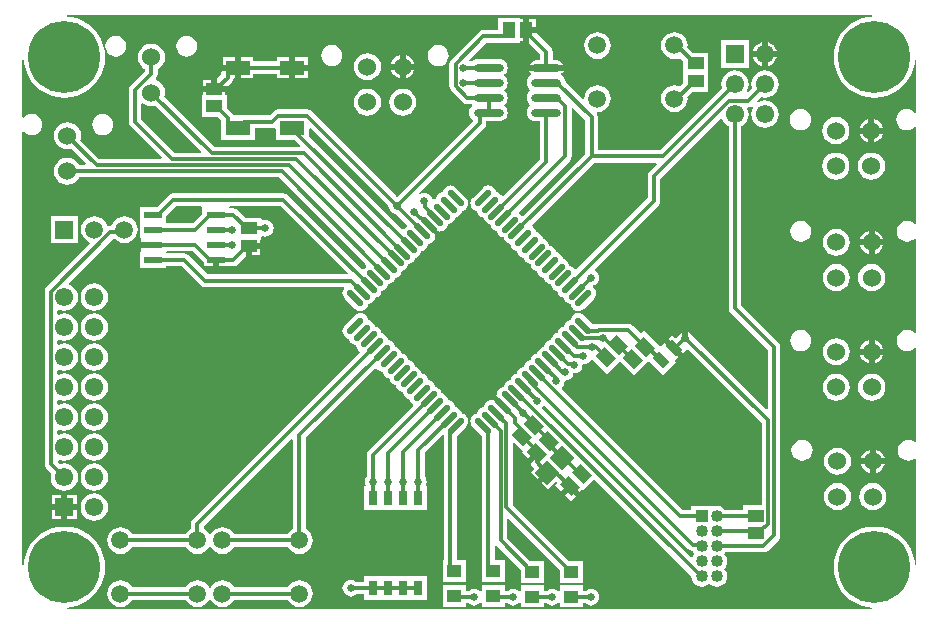
<source format=gbr>
%TF.GenerationSoftware,Altium Limited,Altium Designer,19.1.8 (144)*%
G04 Layer_Physical_Order=1*
G04 Layer_Color=255*
%FSLAX23Y23*%
%MOIN*%
%TF.FileFunction,Copper,L1,Top,Signal*%
%TF.Part,Single*%
G01*
G75*
%TA.AperFunction,SMDPad,CuDef*%
G04:AMPARAMS|DCode=10|XSize=31mil|YSize=47mil|CornerRadius=0mil|HoleSize=0mil|Usage=FLASHONLY|Rotation=225.000|XOffset=0mil|YOffset=0mil|HoleType=Round|Shape=Rectangle|*
%AMROTATEDRECTD10*
4,1,4,-0.006,0.028,0.028,-0.006,0.006,-0.028,-0.028,0.006,-0.006,0.028,0.0*
%
%ADD10ROTATEDRECTD10*%

G04:AMPARAMS|DCode=11|XSize=53mil|YSize=41mil|CornerRadius=0mil|HoleSize=0mil|Usage=FLASHONLY|Rotation=315.000|XOffset=0mil|YOffset=0mil|HoleType=Round|Shape=Rectangle|*
%AMROTATEDRECTD11*
4,1,4,-0.033,0.004,-0.004,0.033,0.033,-0.004,0.004,-0.033,-0.033,0.004,0.0*
%
%ADD11ROTATEDRECTD11*%

G04:AMPARAMS|DCode=12|XSize=53mil|YSize=42mil|CornerRadius=0mil|HoleSize=0mil|Usage=FLASHONLY|Rotation=315.000|XOffset=0mil|YOffset=0mil|HoleType=Round|Shape=Rectangle|*
%AMROTATEDRECTD12*
4,1,4,-0.034,0.004,-0.004,0.034,0.034,-0.004,0.004,-0.034,-0.034,0.004,0.0*
%
%ADD12ROTATEDRECTD12*%

%ADD13R,0.043X0.053*%
G04:AMPARAMS|DCode=14|XSize=61mil|YSize=57mil|CornerRadius=0mil|HoleSize=0mil|Usage=FLASHONLY|Rotation=315.000|XOffset=0mil|YOffset=0mil|HoleType=Round|Shape=Rectangle|*
%AMROTATEDRECTD14*
4,1,4,-0.042,0.001,-0.001,0.042,0.042,-0.001,0.001,-0.042,-0.042,0.001,0.0*
%
%ADD14ROTATEDRECTD14*%

G04:AMPARAMS|DCode=15|XSize=53mil|YSize=43mil|CornerRadius=0mil|HoleSize=0mil|Usage=FLASHONLY|Rotation=315.000|XOffset=0mil|YOffset=0mil|HoleType=Round|Shape=Rectangle|*
%AMROTATEDRECTD15*
4,1,4,-0.034,0.004,-0.004,0.034,0.034,-0.004,0.004,-0.034,-0.034,0.004,0.0*
%
%ADD15ROTATEDRECTD15*%

%ADD16R,0.053X0.043*%
%ADD17O,0.098X0.028*%
%ADD18R,0.059X0.024*%
%ADD19R,0.083X0.051*%
%ADD20R,0.030X0.050*%
%ADD21R,0.047X0.043*%
G04:AMPARAMS|DCode=22|XSize=22mil|YSize=69mil|CornerRadius=0mil|HoleSize=0mil|Usage=FLASHONLY|Rotation=225.000|XOffset=0mil|YOffset=0mil|HoleType=Round|Shape=Round|*
%AMOVALD22*
21,1,0.047,0.022,0.000,0.000,315.0*
1,1,0.022,-0.017,0.017*
1,1,0.022,0.017,-0.017*
%
%ADD22OVALD22*%

G04:AMPARAMS|DCode=23|XSize=22mil|YSize=69mil|CornerRadius=0mil|HoleSize=0mil|Usage=FLASHONLY|Rotation=315.000|XOffset=0mil|YOffset=0mil|HoleType=Round|Shape=Round|*
%AMOVALD23*
21,1,0.047,0.022,0.000,0.000,45.0*
1,1,0.022,-0.017,-0.017*
1,1,0.022,0.017,0.017*
%
%ADD23OVALD23*%

%TA.AperFunction,Conductor*%
%ADD24C,0.012*%
%TA.AperFunction,ComponentPad*%
%ADD25R,0.061X0.061*%
%ADD26C,0.061*%
%ADD27C,0.040*%
%ADD28R,0.040X0.040*%
%ADD29C,0.060*%
%ADD30C,0.059*%
%ADD31C,0.059*%
%ADD32R,0.059X0.059*%
%TA.AperFunction,ViaPad*%
%ADD33C,0.240*%
%ADD34C,0.025*%
G36*
X2842Y1990D02*
X2842Y1985D01*
X2829Y1984D01*
X2808Y1979D01*
X2789Y1971D01*
X2770Y1960D01*
X2754Y1946D01*
X2740Y1930D01*
X2729Y1911D01*
X2721Y1892D01*
X2716Y1871D01*
X2715Y1850D01*
X2716Y1829D01*
X2721Y1808D01*
X2729Y1789D01*
X2740Y1770D01*
X2754Y1754D01*
X2770Y1740D01*
X2789Y1729D01*
X2808Y1721D01*
X2829Y1716D01*
X2850Y1715D01*
X2871Y1716D01*
X2892Y1721D01*
X2911Y1729D01*
X2930Y1740D01*
X2946Y1754D01*
X2960Y1770D01*
X2971Y1789D01*
X2979Y1808D01*
X2984Y1829D01*
X2985Y1842D01*
X2990Y1842D01*
Y1666D01*
X2985Y1665D01*
X2983Y1667D01*
X2976Y1673D01*
X2967Y1676D01*
X2958Y1677D01*
X2949Y1676D01*
X2940Y1673D01*
X2933Y1667D01*
X2928Y1660D01*
X2924Y1651D01*
X2923Y1642D01*
X2924Y1633D01*
X2928Y1624D01*
X2933Y1617D01*
X2940Y1611D01*
X2949Y1608D01*
X2958Y1607D01*
X2967Y1608D01*
X2976Y1611D01*
X2983Y1617D01*
X2985Y1619D01*
X2990Y1618D01*
X2990Y1296D01*
X2985Y1294D01*
X2984Y1295D01*
X2977Y1301D01*
X2968Y1304D01*
X2959Y1305D01*
X2950Y1304D01*
X2942Y1301D01*
X2934Y1295D01*
X2929Y1288D01*
X2925Y1279D01*
X2924Y1270D01*
X2925Y1261D01*
X2929Y1252D01*
X2934Y1245D01*
X2942Y1239D01*
X2950Y1236D01*
X2959Y1235D01*
X2968Y1236D01*
X2977Y1239D01*
X2984Y1245D01*
X2985Y1246D01*
X2990Y1244D01*
Y931D01*
X2985Y929D01*
X2984Y930D01*
X2977Y936D01*
X2968Y939D01*
X2959Y940D01*
X2950Y939D01*
X2942Y936D01*
X2934Y930D01*
X2929Y923D01*
X2925Y914D01*
X2924Y905D01*
X2925Y896D01*
X2929Y887D01*
X2934Y880D01*
X2942Y874D01*
X2950Y871D01*
X2959Y870D01*
X2968Y871D01*
X2977Y874D01*
X2984Y880D01*
X2985Y881D01*
X2990Y879D01*
Y570D01*
X2985Y568D01*
X2981Y571D01*
X2972Y574D01*
X2963Y575D01*
X2954Y574D01*
X2945Y571D01*
X2938Y565D01*
X2933Y558D01*
X2929Y549D01*
X2928Y540D01*
X2929Y531D01*
X2933Y522D01*
X2938Y515D01*
X2945Y510D01*
X2954Y506D01*
X2963Y505D01*
X2972Y506D01*
X2981Y510D01*
X2985Y513D01*
X2990Y510D01*
Y158D01*
X2985Y158D01*
X2984Y171D01*
X2979Y192D01*
X2971Y211D01*
X2960Y230D01*
X2946Y246D01*
X2930Y260D01*
X2911Y271D01*
X2892Y279D01*
X2871Y284D01*
X2850Y285D01*
X2829Y284D01*
X2808Y279D01*
X2789Y271D01*
X2770Y260D01*
X2754Y246D01*
X2740Y230D01*
X2729Y211D01*
X2721Y192D01*
X2716Y171D01*
X2715Y150D01*
X2716Y129D01*
X2721Y108D01*
X2729Y89D01*
X2740Y70D01*
X2754Y54D01*
X2770Y40D01*
X2789Y29D01*
X2808Y21D01*
X2829Y16D01*
X2842Y15D01*
X2842Y10D01*
X158D01*
X158Y15D01*
X171Y16D01*
X192Y21D01*
X211Y29D01*
X230Y40D01*
X246Y54D01*
X260Y70D01*
X271Y89D01*
X279Y108D01*
X284Y129D01*
X285Y150D01*
X284Y171D01*
X279Y192D01*
X271Y211D01*
X260Y230D01*
X246Y246D01*
X230Y260D01*
X211Y271D01*
X192Y279D01*
X171Y284D01*
X150Y285D01*
X129Y284D01*
X108Y279D01*
X89Y271D01*
X70Y260D01*
X54Y246D01*
X40Y230D01*
X29Y211D01*
X21Y192D01*
X16Y171D01*
X15Y158D01*
X10Y158D01*
Y1601D01*
X15Y1602D01*
X17Y1600D01*
X24Y1595D01*
X33Y1591D01*
X42Y1590D01*
X51Y1591D01*
X60Y1595D01*
X67Y1600D01*
X72Y1607D01*
X76Y1616D01*
X77Y1625D01*
X76Y1634D01*
X72Y1643D01*
X67Y1650D01*
X60Y1656D01*
X51Y1659D01*
X42Y1660D01*
X33Y1659D01*
X24Y1656D01*
X17Y1650D01*
X15Y1648D01*
X10Y1650D01*
Y1842D01*
X15Y1842D01*
X16Y1829D01*
X21Y1808D01*
X29Y1789D01*
X40Y1770D01*
X54Y1754D01*
X70Y1740D01*
X89Y1729D01*
X108Y1721D01*
X129Y1716D01*
X150Y1715D01*
X171Y1716D01*
X192Y1721D01*
X211Y1729D01*
X230Y1740D01*
X246Y1754D01*
X260Y1770D01*
X271Y1789D01*
X279Y1808D01*
X284Y1829D01*
X285Y1850D01*
X284Y1871D01*
X279Y1892D01*
X271Y1911D01*
X260Y1930D01*
X246Y1946D01*
X230Y1960D01*
X211Y1971D01*
X192Y1979D01*
X171Y1984D01*
X158Y1985D01*
X158Y1990D01*
X2842Y1990D01*
D02*
G37*
%LPC*%
G36*
X1722Y1977D02*
X1700D01*
Y1950D01*
X1722D01*
Y1977D01*
D02*
G37*
G36*
X2495Y1900D02*
Y1870D01*
X2525D01*
X2524Y1871D01*
X2520Y1880D01*
X2514Y1889D01*
X2505Y1895D01*
X2496Y1899D01*
X2495Y1900D01*
D02*
G37*
G36*
X2475D02*
X2474Y1899D01*
X2465Y1895D01*
X2456Y1889D01*
X2450Y1880D01*
X2446Y1871D01*
X2445Y1870D01*
X2475D01*
Y1900D01*
D02*
G37*
G36*
X558Y1922D02*
X549Y1921D01*
X540Y1918D01*
X533Y1912D01*
X528Y1905D01*
X524Y1896D01*
X523Y1887D01*
X524Y1878D01*
X528Y1869D01*
X533Y1862D01*
X540Y1856D01*
X549Y1853D01*
X558Y1852D01*
X567Y1853D01*
X576Y1856D01*
X583Y1862D01*
X589Y1869D01*
X592Y1878D01*
X593Y1887D01*
X592Y1896D01*
X589Y1905D01*
X583Y1912D01*
X576Y1918D01*
X567Y1921D01*
X558Y1922D01*
D02*
G37*
G36*
X322D02*
X313Y1921D01*
X304Y1918D01*
X297Y1912D01*
X291Y1905D01*
X288Y1896D01*
X287Y1887D01*
X288Y1878D01*
X291Y1869D01*
X297Y1862D01*
X304Y1856D01*
X313Y1853D01*
X322Y1852D01*
X331Y1853D01*
X340Y1856D01*
X347Y1862D01*
X352Y1869D01*
X356Y1878D01*
X357Y1887D01*
X356Y1896D01*
X352Y1905D01*
X347Y1912D01*
X340Y1918D01*
X331Y1921D01*
X322Y1922D01*
D02*
G37*
G36*
X1927Y1933D02*
X1915Y1932D01*
X1905Y1927D01*
X1895Y1920D01*
X1888Y1911D01*
X1884Y1900D01*
X1882Y1889D01*
X1884Y1877D01*
X1888Y1866D01*
X1895Y1857D01*
X1905Y1850D01*
X1915Y1845D01*
X1927Y1844D01*
X1939Y1845D01*
X1949Y1850D01*
X1959Y1857D01*
X1966Y1866D01*
X1970Y1877D01*
X1972Y1889D01*
X1970Y1900D01*
X1966Y1911D01*
X1959Y1920D01*
X1949Y1927D01*
X1939Y1932D01*
X1927Y1933D01*
D02*
G37*
G36*
X900Y1851D02*
X859D01*
Y1836D01*
X780D01*
Y1851D01*
X739D01*
Y1815D01*
Y1779D01*
X780D01*
Y1794D01*
X859D01*
Y1779D01*
X900D01*
Y1815D01*
Y1851D01*
D02*
G37*
G36*
X1288Y1857D02*
Y1828D01*
X1317D01*
X1317Y1829D01*
X1313Y1838D01*
X1307Y1847D01*
X1298Y1853D01*
X1289Y1857D01*
X1288Y1857D01*
D02*
G37*
G36*
X1268D02*
X1268Y1857D01*
X1258Y1853D01*
X1250Y1847D01*
X1243Y1838D01*
X1239Y1829D01*
X1239Y1828D01*
X1268D01*
Y1857D01*
D02*
G37*
G36*
X961Y1851D02*
X920D01*
Y1825D01*
X961D01*
Y1851D01*
D02*
G37*
G36*
X719D02*
X678D01*
Y1825D01*
X719D01*
Y1851D01*
D02*
G37*
G36*
X1725Y1930D02*
X1700D01*
Y1895D01*
X1735Y1860D01*
Y1839D01*
X1721D01*
X1712Y1837D01*
X1704Y1832D01*
X1699Y1825D01*
X1756D01*
X1814D01*
X1809Y1832D01*
X1801Y1837D01*
X1792Y1839D01*
X1778D01*
Y1868D01*
X1776Y1877D01*
X1772Y1884D01*
X1725Y1930D01*
D02*
G37*
G36*
X2525Y1850D02*
X2495D01*
Y1820D01*
X2496Y1821D01*
X2505Y1825D01*
X2514Y1831D01*
X2520Y1840D01*
X2524Y1849D01*
X2525Y1850D01*
D02*
G37*
G36*
X2475D02*
X2445D01*
X2446Y1849D01*
X2450Y1840D01*
X2456Y1831D01*
X2465Y1825D01*
X2474Y1821D01*
X2475Y1820D01*
Y1850D01*
D02*
G37*
G36*
X1396Y1890D02*
X1387Y1889D01*
X1379Y1886D01*
X1371Y1880D01*
X1366Y1873D01*
X1362Y1864D01*
X1361Y1855D01*
X1362Y1846D01*
X1366Y1837D01*
X1371Y1830D01*
X1379Y1825D01*
X1387Y1821D01*
X1396Y1820D01*
X1405Y1821D01*
X1414Y1825D01*
X1421Y1830D01*
X1427Y1837D01*
X1430Y1846D01*
X1432Y1855D01*
X1430Y1864D01*
X1427Y1873D01*
X1421Y1880D01*
X1414Y1886D01*
X1405Y1889D01*
X1396Y1890D01*
D02*
G37*
G36*
X1042D02*
X1033Y1889D01*
X1024Y1886D01*
X1017Y1880D01*
X1011Y1873D01*
X1008Y1864D01*
X1007Y1855D01*
X1008Y1846D01*
X1011Y1837D01*
X1017Y1830D01*
X1024Y1825D01*
X1033Y1821D01*
X1042Y1820D01*
X1051Y1821D01*
X1060Y1825D01*
X1067Y1830D01*
X1072Y1837D01*
X1076Y1846D01*
X1077Y1855D01*
X1076Y1864D01*
X1072Y1873D01*
X1067Y1880D01*
X1060Y1886D01*
X1051Y1889D01*
X1042Y1890D01*
D02*
G37*
G36*
X2431Y1906D02*
X2339D01*
Y1814D01*
X2431D01*
Y1906D01*
D02*
G37*
G36*
X961Y1805D02*
X920D01*
Y1779D01*
X961D01*
Y1805D01*
D02*
G37*
G36*
X1317Y1808D02*
X1288D01*
Y1779D01*
X1289Y1779D01*
X1298Y1783D01*
X1307Y1790D01*
X1313Y1798D01*
X1317Y1808D01*
X1317Y1808D01*
D02*
G37*
G36*
X1268D02*
X1239D01*
X1239Y1808D01*
X1243Y1798D01*
X1250Y1790D01*
X1258Y1783D01*
X1268Y1779D01*
X1268Y1779D01*
Y1808D01*
D02*
G37*
G36*
X1160Y1863D02*
X1148Y1862D01*
X1137Y1857D01*
X1128Y1850D01*
X1121Y1841D01*
X1116Y1830D01*
X1115Y1818D01*
X1116Y1806D01*
X1121Y1795D01*
X1128Y1786D01*
X1137Y1779D01*
X1148Y1774D01*
X1160Y1773D01*
X1172Y1774D01*
X1183Y1779D01*
X1192Y1786D01*
X1199Y1795D01*
X1204Y1806D01*
X1205Y1818D01*
X1204Y1830D01*
X1199Y1841D01*
X1192Y1850D01*
X1183Y1857D01*
X1172Y1862D01*
X1160Y1863D01*
D02*
G37*
G36*
X719Y1805D02*
X675D01*
X674Y1804D01*
X672Y1795D01*
Y1791D01*
X660Y1779D01*
Y1754D01*
X695D01*
X709Y1767D01*
X713Y1774D01*
X714Y1779D01*
X719D01*
Y1805D01*
D02*
G37*
G36*
X640Y1775D02*
X613D01*
Y1754D01*
X640D01*
Y1775D01*
D02*
G37*
G36*
X2183Y1933D02*
X2171Y1932D01*
X2161Y1927D01*
X2151Y1920D01*
X2144Y1911D01*
X2140Y1900D01*
X2138Y1889D01*
X2140Y1877D01*
X2144Y1866D01*
X2151Y1857D01*
X2161Y1850D01*
X2171Y1845D01*
X2183Y1844D01*
X2195Y1845D01*
X2201Y1848D01*
X2213Y1836D01*
Y1792D01*
Y1764D01*
X2201Y1752D01*
X2195Y1755D01*
X2183Y1756D01*
X2171Y1755D01*
X2161Y1750D01*
X2151Y1743D01*
X2144Y1734D01*
X2140Y1723D01*
X2138Y1711D01*
X2140Y1700D01*
X2144Y1689D01*
X2151Y1680D01*
X2161Y1673D01*
X2171Y1668D01*
X2183Y1667D01*
X2195Y1668D01*
X2205Y1673D01*
X2215Y1680D01*
X2222Y1689D01*
X2226Y1700D01*
X2228Y1711D01*
X2227Y1717D01*
X2245Y1735D01*
X2297D01*
Y1792D01*
Y1865D01*
X2245D01*
X2227Y1883D01*
X2228Y1889D01*
X2226Y1900D01*
X2222Y1911D01*
X2215Y1920D01*
X2205Y1927D01*
X2195Y1932D01*
X2183Y1933D01*
D02*
G37*
G36*
X2485Y1806D02*
X2473Y1804D01*
X2462Y1800D01*
X2453Y1792D01*
X2445Y1783D01*
X2441Y1772D01*
X2439Y1760D01*
X2441Y1748D01*
X2441Y1747D01*
X2429Y1734D01*
X2425Y1737D01*
X2429Y1748D01*
X2431Y1760D01*
X2429Y1772D01*
X2425Y1783D01*
X2417Y1792D01*
X2408Y1800D01*
X2397Y1804D01*
X2385Y1806D01*
X2373Y1804D01*
X2362Y1800D01*
X2353Y1792D01*
X2345Y1783D01*
X2341Y1772D01*
X2339Y1760D01*
X2341Y1748D01*
X2341Y1747D01*
X2135Y1540D01*
X1929D01*
Y1649D01*
X1927Y1658D01*
X1924Y1662D01*
X1927Y1667D01*
X1939Y1668D01*
X1949Y1673D01*
X1959Y1680D01*
X1966Y1689D01*
X1970Y1700D01*
X1972Y1711D01*
X1970Y1723D01*
X1966Y1734D01*
X1959Y1743D01*
X1949Y1750D01*
X1939Y1755D01*
X1927Y1756D01*
X1915Y1755D01*
X1905Y1750D01*
X1895Y1743D01*
X1888Y1734D01*
X1884Y1723D01*
X1882Y1712D01*
X1879Y1710D01*
X1878Y1709D01*
X1821Y1766D01*
X1820Y1773D01*
X1817Y1780D01*
X1812Y1786D01*
X1806Y1790D01*
X1806Y1796D01*
X1809Y1798D01*
X1814Y1805D01*
X1756D01*
X1699D01*
X1704Y1798D01*
X1707Y1796D01*
X1707Y1790D01*
X1700Y1786D01*
X1696Y1780D01*
X1693Y1773D01*
X1692Y1765D01*
X1693Y1757D01*
X1696Y1750D01*
X1700Y1744D01*
X1703Y1742D01*
Y1737D01*
X1700Y1736D01*
X1696Y1730D01*
X1693Y1723D01*
X1692Y1715D01*
X1693Y1707D01*
X1696Y1700D01*
X1700Y1694D01*
X1703Y1692D01*
Y1688D01*
X1700Y1686D01*
X1696Y1680D01*
X1693Y1673D01*
X1692Y1665D01*
X1693Y1657D01*
X1696Y1650D01*
X1700Y1644D01*
X1707Y1640D01*
X1714Y1637D01*
X1721Y1636D01*
X1735D01*
Y1510D01*
X1612Y1388D01*
X1606Y1389D01*
X1603Y1393D01*
X1598Y1397D01*
X1592Y1400D01*
X1588Y1400D01*
X1588Y1403D01*
X1585Y1410D01*
X1581Y1415D01*
X1576Y1419D01*
X1569Y1422D01*
X1563Y1423D01*
X1556Y1422D01*
X1550Y1419D01*
X1544Y1415D01*
X1511Y1382D01*
X1507Y1376D01*
X1504Y1370D01*
X1503Y1363D01*
X1504Y1357D01*
X1507Y1350D01*
X1511Y1345D01*
X1516Y1341D01*
X1522Y1338D01*
X1526Y1338D01*
X1526Y1334D01*
X1529Y1328D01*
X1533Y1323D01*
X1538Y1318D01*
X1545Y1316D01*
X1548Y1315D01*
X1549Y1312D01*
X1551Y1306D01*
X1555Y1300D01*
X1561Y1296D01*
X1567Y1294D01*
X1570Y1293D01*
X1571Y1290D01*
X1573Y1283D01*
X1578Y1278D01*
X1583Y1274D01*
X1589Y1271D01*
X1593Y1271D01*
X1593Y1267D01*
X1596Y1261D01*
X1600Y1256D01*
X1605Y1252D01*
X1612Y1249D01*
X1615Y1249D01*
X1615Y1245D01*
X1618Y1239D01*
X1622Y1234D01*
X1628Y1229D01*
X1634Y1227D01*
X1637Y1226D01*
X1638Y1223D01*
X1640Y1217D01*
X1644Y1211D01*
X1650Y1207D01*
X1656Y1205D01*
X1660Y1204D01*
X1660Y1201D01*
X1663Y1194D01*
X1667Y1189D01*
X1672Y1185D01*
X1678Y1182D01*
X1682Y1182D01*
X1682Y1178D01*
X1685Y1172D01*
X1689Y1167D01*
X1694Y1163D01*
X1701Y1160D01*
X1704Y1160D01*
X1705Y1156D01*
X1707Y1150D01*
X1711Y1144D01*
X1717Y1140D01*
X1723Y1138D01*
X1726Y1137D01*
X1727Y1134D01*
X1729Y1128D01*
X1734Y1122D01*
X1739Y1118D01*
X1745Y1115D01*
X1749Y1115D01*
X1749Y1112D01*
X1752Y1105D01*
X1756Y1100D01*
X1761Y1096D01*
X1767Y1093D01*
X1771Y1093D01*
X1771Y1089D01*
X1774Y1083D01*
X1778Y1078D01*
X1783Y1073D01*
X1790Y1071D01*
X1793Y1070D01*
X1794Y1067D01*
X1796Y1061D01*
X1800Y1055D01*
X1806Y1051D01*
X1812Y1049D01*
X1815Y1048D01*
X1816Y1045D01*
X1818Y1038D01*
X1823Y1033D01*
X1828Y1029D01*
X1834Y1026D01*
X1838Y1026D01*
X1838Y1022D01*
X1841Y1016D01*
X1845Y1011D01*
X1850Y1007D01*
X1857Y1004D01*
X1863Y1003D01*
X1870Y1004D01*
X1876Y1007D01*
X1882Y1011D01*
X1915Y1044D01*
X1919Y1050D01*
X1922Y1056D01*
X1923Y1063D01*
X1922Y1069D01*
X1919Y1076D01*
X1915Y1081D01*
X1912Y1083D01*
X1912Y1085D01*
X1913Y1089D01*
X1919Y1091D01*
X1925Y1095D01*
X1929Y1101D01*
X1932Y1108D01*
X1933Y1115D01*
X1932Y1122D01*
X1929Y1129D01*
X1925Y1135D01*
X1920Y1138D01*
X1919Y1144D01*
X2131Y1356D01*
X2136Y1363D01*
X2137Y1371D01*
Y1445D01*
X2337Y1644D01*
X2343Y1643D01*
X2345Y1637D01*
X2353Y1628D01*
X2362Y1620D01*
X2364Y1620D01*
Y1013D01*
X2365Y1005D01*
X2370Y998D01*
X2494Y874D01*
Y678D01*
X2490Y676D01*
X2241Y925D01*
X2236Y931D01*
X2230Y935D01*
Y915D01*
X2210D01*
Y935D01*
X2204Y931D01*
X2199Y925D01*
X2186Y912D01*
X2175Y923D01*
X2164Y912D01*
X2188Y888D01*
X2212Y864D01*
X2223Y875D01*
X2227Y878D01*
X2474Y631D01*
Y356D01*
X2413D01*
Y341D01*
X2353D01*
X2350Y345D01*
X2343Y351D01*
X2334Y354D01*
X2325Y355D01*
X2316Y354D01*
X2313Y353D01*
X2310Y355D01*
Y355D01*
X2240D01*
Y341D01*
X2211D01*
X1808Y744D01*
X1808Y749D01*
X1810Y750D01*
X1814Y756D01*
X1817Y763D01*
X1818Y770D01*
X1822Y773D01*
X1827Y773D01*
X1834Y776D01*
X1840Y780D01*
X1844Y786D01*
X1847Y793D01*
X1847Y798D01*
X1850Y797D01*
X1857Y798D01*
X1864Y801D01*
X1870Y805D01*
X1874Y811D01*
X1877Y818D01*
X1877Y823D01*
X1880Y827D01*
X1887Y828D01*
X1894Y831D01*
X1900Y835D01*
X1904Y841D01*
X1905Y843D01*
X1910Y844D01*
X1958Y795D01*
X2001Y837D01*
X2048Y790D01*
X2089Y830D01*
X2097Y838D01*
X2145Y790D01*
X2188Y834D01*
X2187Y834D01*
X2186Y839D01*
X2198Y850D01*
X2174Y874D01*
X2150Y898D01*
X2139Y886D01*
X2134Y888D01*
X2082Y940D01*
X2071Y930D01*
X2045Y955D01*
X2038Y960D01*
X2030Y962D01*
X1933D01*
X1925Y960D01*
X1923Y959D01*
X1912D01*
X1882Y989D01*
X1876Y993D01*
X1870Y996D01*
X1863Y997D01*
X1857Y996D01*
X1850Y993D01*
X1845Y989D01*
X1841Y984D01*
X1838Y978D01*
X1838Y974D01*
X1834Y974D01*
X1828Y971D01*
X1823Y967D01*
X1818Y962D01*
X1816Y955D01*
X1815Y952D01*
X1812Y951D01*
X1806Y949D01*
X1800Y945D01*
X1796Y939D01*
X1794Y933D01*
X1793Y930D01*
X1790Y929D01*
X1783Y927D01*
X1778Y922D01*
X1774Y917D01*
X1771Y911D01*
X1771Y907D01*
X1767Y907D01*
X1761Y904D01*
X1756Y900D01*
X1752Y895D01*
X1749Y888D01*
X1749Y885D01*
X1745Y885D01*
X1739Y882D01*
X1734Y878D01*
X1729Y872D01*
X1727Y866D01*
X1726Y863D01*
X1723Y862D01*
X1717Y860D01*
X1711Y856D01*
X1707Y850D01*
X1705Y844D01*
X1704Y840D01*
X1701Y840D01*
X1694Y837D01*
X1689Y833D01*
X1685Y828D01*
X1682Y822D01*
X1682Y818D01*
X1678Y818D01*
X1672Y815D01*
X1667Y811D01*
X1663Y806D01*
X1660Y799D01*
X1660Y796D01*
X1656Y795D01*
X1650Y793D01*
X1644Y789D01*
X1640Y783D01*
X1638Y777D01*
X1637Y774D01*
X1634Y773D01*
X1628Y771D01*
X1622Y766D01*
X1618Y761D01*
X1615Y755D01*
X1615Y751D01*
X1612Y751D01*
X1605Y748D01*
X1600Y744D01*
X1596Y739D01*
X1593Y733D01*
X1592Y726D01*
X1592Y724D01*
X1590Y724D01*
X1593Y721D01*
X1593Y719D01*
X1596Y713D01*
X1600Y707D01*
X1617Y691D01*
X1609Y683D01*
X1592Y700D01*
X1587Y704D01*
X1581Y706D01*
X1579Y707D01*
X1576Y709D01*
X1576Y707D01*
X1574Y707D01*
X1567Y706D01*
X1561Y704D01*
X1555Y700D01*
X1551Y694D01*
X1549Y688D01*
X1548Y685D01*
X1545Y684D01*
X1538Y682D01*
X1533Y677D01*
X1529Y672D01*
X1526Y666D01*
X1526Y662D01*
X1522Y662D01*
X1516Y659D01*
X1511Y655D01*
X1507Y650D01*
X1504Y643D01*
X1503Y637D01*
X1504Y630D01*
X1507Y624D01*
X1511Y618D01*
X1541Y588D01*
Y152D01*
X1541Y151D01*
Y100D01*
X1619D01*
Y173D01*
X1584D01*
Y223D01*
X1589Y224D01*
X1671Y141D01*
Y98D01*
X1749D01*
Y172D01*
X1702D01*
X1625Y248D01*
Y311D01*
X1630Y313D01*
X1801Y141D01*
Y98D01*
X1879D01*
Y172D01*
X1832D01*
X1645Y358D01*
Y566D01*
X1650Y568D01*
X1679Y538D01*
X1677Y534D01*
X1677Y533D01*
X1695Y515D01*
X1718Y537D01*
X1732Y523D01*
X1705Y496D01*
X1706Y491D01*
X1711Y484D01*
X1716Y478D01*
X1704Y466D01*
X1726Y445D01*
X1753Y472D01*
X1767Y458D01*
X1740Y431D01*
X1761Y409D01*
X1788Y436D01*
X1794Y431D01*
X1787Y424D01*
X1806Y405D01*
X1828Y427D01*
X1835Y420D01*
X1842Y427D01*
X1868Y401D01*
X1876Y409D01*
X1879Y406D01*
X1917Y444D01*
X2240Y121D01*
X2240Y120D01*
X2241Y111D01*
X2244Y102D01*
X2250Y95D01*
X2257Y89D01*
X2266Y86D01*
X2275Y85D01*
X2284Y86D01*
X2293Y89D01*
X2300Y95D01*
X2300D01*
X2307Y89D01*
X2316Y86D01*
X2325Y85D01*
X2334Y86D01*
X2343Y89D01*
X2350Y95D01*
X2356Y102D01*
X2359Y111D01*
X2360Y120D01*
X2359Y129D01*
X2356Y138D01*
X2350Y145D01*
Y145D01*
X2356Y152D01*
X2359Y161D01*
X2360Y170D01*
X2359Y179D01*
X2356Y188D01*
X2350Y195D01*
X2352Y197D01*
X2353Y199D01*
X2480D01*
X2488Y200D01*
X2495Y205D01*
X2531Y240D01*
X2535Y247D01*
X2537Y256D01*
Y883D01*
X2535Y891D01*
X2531Y898D01*
X2406Y1022D01*
Y1620D01*
X2408Y1620D01*
X2417Y1628D01*
X2425Y1637D01*
X2429Y1648D01*
X2431Y1660D01*
X2429Y1672D01*
X2427Y1678D01*
X2429Y1683D01*
X2430Y1683D01*
X2438Y1685D01*
X2443Y1688D01*
X2447Y1685D01*
X2445Y1683D01*
X2441Y1672D01*
X2439Y1660D01*
X2441Y1648D01*
X2445Y1637D01*
X2453Y1628D01*
X2462Y1620D01*
X2473Y1616D01*
X2485Y1614D01*
X2497Y1616D01*
X2508Y1620D01*
X2517Y1628D01*
X2525Y1637D01*
X2529Y1648D01*
X2531Y1660D01*
X2529Y1672D01*
X2525Y1683D01*
X2517Y1692D01*
X2508Y1700D01*
X2497Y1704D01*
X2485Y1706D01*
X2473Y1704D01*
X2462Y1700D01*
X2459Y1704D01*
X2472Y1716D01*
X2473Y1716D01*
X2485Y1714D01*
X2497Y1716D01*
X2508Y1720D01*
X2517Y1728D01*
X2525Y1737D01*
X2529Y1748D01*
X2531Y1760D01*
X2529Y1772D01*
X2525Y1783D01*
X2517Y1792D01*
X2508Y1800D01*
X2497Y1804D01*
X2485Y1806D01*
D02*
G37*
G36*
X1278Y1745D02*
X1266Y1744D01*
X1255Y1739D01*
X1246Y1732D01*
X1239Y1723D01*
X1234Y1712D01*
X1233Y1700D01*
X1234Y1688D01*
X1239Y1677D01*
X1246Y1668D01*
X1255Y1661D01*
X1266Y1656D01*
X1278Y1655D01*
X1290Y1656D01*
X1301Y1661D01*
X1310Y1668D01*
X1317Y1677D01*
X1322Y1688D01*
X1323Y1700D01*
X1322Y1712D01*
X1317Y1723D01*
X1310Y1732D01*
X1301Y1739D01*
X1290Y1744D01*
X1278Y1745D01*
D02*
G37*
G36*
X1160D02*
X1148Y1744D01*
X1137Y1739D01*
X1128Y1732D01*
X1121Y1723D01*
X1116Y1712D01*
X1115Y1700D01*
X1116Y1688D01*
X1121Y1677D01*
X1128Y1668D01*
X1137Y1661D01*
X1148Y1656D01*
X1160Y1655D01*
X1172Y1656D01*
X1183Y1661D01*
X1192Y1668D01*
X1199Y1677D01*
X1204Y1688D01*
X1205Y1700D01*
X1204Y1712D01*
X1199Y1723D01*
X1192Y1732D01*
X1183Y1739D01*
X1172Y1744D01*
X1160Y1745D01*
D02*
G37*
G36*
X2850Y1644D02*
Y1615D01*
X2879D01*
X2879Y1615D01*
X2875Y1625D01*
X2869Y1634D01*
X2860Y1640D01*
X2850Y1644D01*
X2850Y1644D01*
D02*
G37*
G36*
X2830D02*
X2830Y1644D01*
X2820Y1640D01*
X2811Y1634D01*
X2805Y1625D01*
X2801Y1615D01*
X2801Y1615D01*
X2830D01*
Y1644D01*
D02*
G37*
G36*
X2604Y1677D02*
X2595Y1676D01*
X2586Y1673D01*
X2579Y1667D01*
X2573Y1660D01*
X2570Y1651D01*
X2568Y1642D01*
X2570Y1633D01*
X2573Y1624D01*
X2579Y1617D01*
X2586Y1611D01*
X2595Y1608D01*
X2604Y1607D01*
X2613Y1608D01*
X2621Y1611D01*
X2629Y1617D01*
X2634Y1624D01*
X2638Y1633D01*
X2639Y1642D01*
X2638Y1651D01*
X2634Y1660D01*
X2629Y1667D01*
X2621Y1673D01*
X2613Y1676D01*
X2604Y1677D01*
D02*
G37*
G36*
X278Y1660D02*
X269Y1659D01*
X260Y1656D01*
X253Y1650D01*
X248Y1643D01*
X244Y1634D01*
X243Y1625D01*
X244Y1616D01*
X248Y1607D01*
X253Y1600D01*
X260Y1595D01*
X269Y1591D01*
X278Y1590D01*
X287Y1591D01*
X296Y1595D01*
X303Y1600D01*
X309Y1607D01*
X312Y1616D01*
X313Y1625D01*
X312Y1634D01*
X309Y1643D01*
X303Y1650D01*
X296Y1656D01*
X287Y1659D01*
X278Y1660D01*
D02*
G37*
G36*
X2879Y1595D02*
X2850D01*
Y1566D01*
X2850Y1566D01*
X2860Y1570D01*
X2869Y1576D01*
X2875Y1585D01*
X2879Y1595D01*
X2879Y1595D01*
D02*
G37*
G36*
X2830D02*
X2801D01*
X2801Y1595D01*
X2805Y1585D01*
X2811Y1576D01*
X2820Y1570D01*
X2830Y1566D01*
X2830Y1566D01*
Y1595D01*
D02*
G37*
G36*
X2722Y1650D02*
X2710Y1649D01*
X2699Y1644D01*
X2690Y1637D01*
X2683Y1628D01*
X2678Y1617D01*
X2677Y1605D01*
X2678Y1593D01*
X2683Y1582D01*
X2690Y1573D01*
X2699Y1566D01*
X2710Y1561D01*
X2722Y1560D01*
X2734Y1561D01*
X2745Y1566D01*
X2754Y1573D01*
X2761Y1582D01*
X2766Y1593D01*
X2767Y1605D01*
X2766Y1617D01*
X2761Y1628D01*
X2754Y1637D01*
X2745Y1644D01*
X2734Y1649D01*
X2722Y1650D01*
D02*
G37*
G36*
X2840Y1532D02*
X2828Y1531D01*
X2817Y1526D01*
X2808Y1519D01*
X2801Y1510D01*
X2796Y1499D01*
X2795Y1487D01*
X2796Y1475D01*
X2801Y1464D01*
X2808Y1455D01*
X2817Y1448D01*
X2828Y1443D01*
X2840Y1442D01*
X2852Y1443D01*
X2863Y1448D01*
X2872Y1455D01*
X2879Y1464D01*
X2884Y1475D01*
X2885Y1487D01*
X2884Y1499D01*
X2879Y1510D01*
X2872Y1519D01*
X2863Y1526D01*
X2852Y1531D01*
X2840Y1532D01*
D02*
G37*
G36*
X2722D02*
X2710Y1531D01*
X2699Y1526D01*
X2690Y1519D01*
X2683Y1510D01*
X2678Y1499D01*
X2677Y1487D01*
X2678Y1475D01*
X2683Y1464D01*
X2690Y1455D01*
X2699Y1448D01*
X2710Y1443D01*
X2722Y1442D01*
X2734Y1443D01*
X2745Y1448D01*
X2754Y1455D01*
X2761Y1464D01*
X2766Y1475D01*
X2767Y1487D01*
X2766Y1499D01*
X2761Y1510D01*
X2754Y1519D01*
X2745Y1526D01*
X2734Y1531D01*
X2722Y1532D01*
D02*
G37*
G36*
X1669Y1982D02*
X1596D01*
Y1941D01*
X1547D01*
X1539Y1939D01*
X1532Y1935D01*
X1438Y1841D01*
X1434Y1834D01*
X1432Y1826D01*
Y1754D01*
X1434Y1746D01*
X1438Y1739D01*
X1477Y1700D01*
X1484Y1695D01*
X1493Y1694D01*
X1509D01*
X1510Y1692D01*
Y1688D01*
X1508Y1686D01*
X1503Y1680D01*
X1500Y1673D01*
X1499Y1665D01*
X1500Y1657D01*
X1503Y1650D01*
X1508Y1644D01*
X1511Y1642D01*
X1511Y1636D01*
X1260Y1385D01*
X976Y1670D01*
X969Y1674D01*
X960Y1676D01*
X863D01*
X855Y1674D01*
X848Y1670D01*
X834Y1656D01*
X748D01*
X746Y1656D01*
X713D01*
X713Y1656D01*
X709Y1663D01*
X692Y1680D01*
Y1723D01*
X687D01*
Y1734D01*
X613D01*
Y1723D01*
X608D01*
Y1650D01*
X661D01*
X672Y1639D01*
Y1635D01*
X673Y1633D01*
Y1574D01*
X785D01*
Y1613D01*
X843D01*
X849Y1614D01*
X854Y1611D01*
Y1574D01*
X918D01*
X936Y1556D01*
X934Y1551D01*
X651D01*
X483Y1719D01*
X484Y1720D01*
X485Y1732D01*
X484Y1744D01*
X479Y1755D01*
X472Y1764D01*
X463Y1771D01*
X456Y1774D01*
X455Y1777D01*
X456Y1780D01*
X460Y1786D01*
X461Y1794D01*
Y1810D01*
X463Y1811D01*
X472Y1818D01*
X479Y1827D01*
X484Y1838D01*
X485Y1850D01*
X484Y1862D01*
X479Y1873D01*
X472Y1882D01*
X463Y1889D01*
X452Y1894D01*
X440Y1895D01*
X428Y1894D01*
X417Y1889D01*
X408Y1882D01*
X401Y1873D01*
X396Y1862D01*
X395Y1850D01*
X396Y1838D01*
X401Y1827D01*
X408Y1818D01*
X417Y1811D01*
X419Y1810D01*
Y1803D01*
X370Y1754D01*
X365Y1747D01*
X364Y1739D01*
Y1635D01*
X365Y1627D01*
X370Y1620D01*
X474Y1516D01*
X472Y1511D01*
X267D01*
X203Y1575D01*
X204Y1576D01*
X205Y1588D01*
X204Y1600D01*
X199Y1611D01*
X192Y1620D01*
X183Y1627D01*
X172Y1632D01*
X160Y1633D01*
X148Y1632D01*
X137Y1627D01*
X128Y1620D01*
X121Y1611D01*
X116Y1600D01*
X115Y1588D01*
X116Y1576D01*
X121Y1565D01*
X128Y1556D01*
X137Y1549D01*
X148Y1544D01*
X160Y1543D01*
X172Y1544D01*
X173Y1545D01*
X222Y1496D01*
X220Y1491D01*
X200D01*
X199Y1493D01*
X192Y1502D01*
X183Y1509D01*
X172Y1514D01*
X160Y1515D01*
X148Y1514D01*
X137Y1509D01*
X128Y1502D01*
X121Y1493D01*
X116Y1482D01*
X115Y1470D01*
X116Y1458D01*
X121Y1447D01*
X128Y1438D01*
X137Y1431D01*
X148Y1426D01*
X160Y1425D01*
X172Y1426D01*
X183Y1431D01*
X192Y1438D01*
X199Y1447D01*
X200Y1449D01*
X865D01*
X1157Y1157D01*
X1156Y1151D01*
X1152Y1148D01*
X1149Y1144D01*
X1143Y1143D01*
X895Y1390D01*
X888Y1395D01*
X880Y1396D01*
X513D01*
X505Y1395D01*
X498Y1390D01*
X460Y1352D01*
X401D01*
Y1298D01*
Y1248D01*
X402D01*
X406Y1247D01*
Y1235D01*
X446D01*
Y1215D01*
X406D01*
Y1203D01*
X402Y1202D01*
X401D01*
Y1148D01*
X490D01*
Y1154D01*
X540D01*
X604Y1090D01*
X611Y1085D01*
X619Y1084D01*
X1081D01*
X1083Y1079D01*
X1081Y1076D01*
X1078Y1069D01*
X1077Y1063D01*
X1078Y1056D01*
X1081Y1050D01*
X1085Y1044D01*
X1118Y1011D01*
X1124Y1007D01*
X1130Y1004D01*
X1137Y1003D01*
X1143Y1004D01*
X1150Y1007D01*
X1155Y1011D01*
X1159Y1016D01*
X1162Y1022D01*
X1162Y1026D01*
X1166Y1026D01*
X1172Y1029D01*
X1177Y1033D01*
X1182Y1038D01*
X1184Y1045D01*
X1185Y1048D01*
X1188Y1049D01*
X1194Y1051D01*
X1200Y1055D01*
X1204Y1061D01*
X1206Y1067D01*
X1207Y1070D01*
X1210Y1071D01*
X1217Y1073D01*
X1222Y1078D01*
X1226Y1083D01*
X1229Y1089D01*
X1229Y1093D01*
X1233Y1093D01*
X1239Y1096D01*
X1244Y1100D01*
X1248Y1105D01*
X1251Y1112D01*
X1251Y1115D01*
X1255Y1115D01*
X1261Y1118D01*
X1266Y1122D01*
X1271Y1128D01*
X1273Y1134D01*
X1274Y1137D01*
X1277Y1138D01*
X1283Y1140D01*
X1289Y1144D01*
X1293Y1150D01*
X1295Y1156D01*
X1296Y1160D01*
X1299Y1160D01*
X1306Y1163D01*
X1311Y1167D01*
X1315Y1172D01*
X1318Y1178D01*
X1318Y1182D01*
X1322Y1182D01*
X1328Y1185D01*
X1333Y1189D01*
X1337Y1194D01*
X1340Y1201D01*
X1340Y1204D01*
X1344Y1205D01*
X1350Y1207D01*
X1356Y1211D01*
X1360Y1217D01*
X1362Y1223D01*
X1363Y1226D01*
X1366Y1227D01*
X1372Y1229D01*
X1378Y1234D01*
X1382Y1239D01*
X1385Y1245D01*
X1385Y1252D01*
X1385Y1254D01*
X1388Y1254D01*
X1385Y1257D01*
X1385Y1259D01*
X1382Y1265D01*
X1378Y1270D01*
X1361Y1287D01*
X1369Y1295D01*
X1386Y1278D01*
X1391Y1274D01*
X1397Y1271D01*
X1399Y1271D01*
X1402Y1268D01*
X1402Y1271D01*
X1404Y1270D01*
X1411Y1271D01*
X1417Y1274D01*
X1422Y1278D01*
X1427Y1283D01*
X1429Y1290D01*
X1430Y1293D01*
X1433Y1294D01*
X1439Y1296D01*
X1445Y1300D01*
X1449Y1306D01*
X1451Y1312D01*
X1452Y1315D01*
X1455Y1316D01*
X1462Y1318D01*
X1467Y1323D01*
X1471Y1328D01*
X1474Y1334D01*
X1474Y1338D01*
X1478Y1338D01*
X1484Y1341D01*
X1489Y1345D01*
X1493Y1350D01*
X1496Y1357D01*
X1497Y1363D01*
X1496Y1370D01*
X1493Y1376D01*
X1489Y1382D01*
X1456Y1415D01*
X1450Y1419D01*
X1444Y1422D01*
X1437Y1423D01*
X1431Y1422D01*
X1424Y1419D01*
X1419Y1415D01*
X1415Y1410D01*
X1412Y1403D01*
X1412Y1400D01*
X1408Y1400D01*
X1402Y1397D01*
X1397Y1393D01*
X1393Y1387D01*
X1390Y1381D01*
X1389Y1378D01*
X1386Y1377D01*
X1382Y1376D01*
X1378Y1377D01*
X1376Y1378D01*
X1374Y1384D01*
X1370Y1390D01*
X1364Y1394D01*
X1357Y1397D01*
X1350Y1398D01*
X1343Y1397D01*
X1336Y1394D01*
X1333Y1398D01*
X1549Y1614D01*
X1554Y1621D01*
X1556Y1629D01*
Y1636D01*
X1599D01*
X1606Y1637D01*
X1613Y1640D01*
X1620Y1644D01*
X1624Y1650D01*
X1627Y1657D01*
X1628Y1665D01*
X1627Y1673D01*
X1624Y1680D01*
X1620Y1686D01*
X1617Y1688D01*
Y1692D01*
X1620Y1694D01*
X1624Y1700D01*
X1627Y1707D01*
X1628Y1715D01*
X1627Y1723D01*
X1624Y1730D01*
X1620Y1736D01*
X1617Y1737D01*
Y1742D01*
X1620Y1744D01*
X1624Y1750D01*
X1627Y1757D01*
X1628Y1765D01*
X1627Y1773D01*
X1624Y1780D01*
X1620Y1786D01*
X1617Y1788D01*
Y1793D01*
X1620Y1794D01*
X1624Y1800D01*
X1627Y1807D01*
X1628Y1815D01*
X1627Y1823D01*
X1624Y1830D01*
X1620Y1836D01*
X1613Y1840D01*
X1606Y1843D01*
X1599Y1844D01*
X1528D01*
X1521Y1843D01*
X1514Y1840D01*
X1509Y1836D01*
X1501D01*
X1499Y1841D01*
X1556Y1898D01*
X1617D01*
X1619Y1898D01*
X1669D01*
Y1903D01*
X1680D01*
Y1940D01*
Y1977D01*
X1669D01*
Y1982D01*
D02*
G37*
G36*
X350Y1320D02*
X338Y1318D01*
X328Y1314D01*
X318Y1307D01*
X311Y1297D01*
X307Y1287D01*
X303D01*
X298Y1286D01*
X294Y1287D01*
X292Y1290D01*
X289Y1297D01*
X282Y1307D01*
X272Y1314D01*
X262Y1318D01*
X250Y1320D01*
X238Y1318D01*
X228Y1314D01*
X218Y1307D01*
X211Y1297D01*
X207Y1287D01*
X205Y1275D01*
X207Y1263D01*
X211Y1253D01*
X218Y1243D01*
X228Y1236D01*
X233Y1234D01*
X235Y1228D01*
X90Y1084D01*
X86Y1077D01*
X84Y1068D01*
Y495D01*
X86Y486D01*
X90Y479D01*
X106Y463D01*
X106Y462D01*
X104Y450D01*
X106Y438D01*
X110Y427D01*
X118Y418D01*
X127Y410D01*
X138Y406D01*
X150Y404D01*
X162Y406D01*
X173Y410D01*
X182Y418D01*
X190Y427D01*
X194Y438D01*
X196Y450D01*
X194Y462D01*
X190Y473D01*
X182Y482D01*
X173Y490D01*
X162Y494D01*
X150Y496D01*
X138Y494D01*
X137Y494D01*
X130Y501D01*
X130Y504D01*
X135Y507D01*
X138Y506D01*
X150Y504D01*
X162Y506D01*
X173Y510D01*
X182Y518D01*
X190Y527D01*
X194Y538D01*
X196Y550D01*
X194Y562D01*
X190Y573D01*
X182Y582D01*
X173Y590D01*
X162Y594D01*
X150Y596D01*
X138Y594D01*
X132Y592D01*
X127Y595D01*
Y605D01*
X132Y608D01*
X138Y606D01*
X150Y604D01*
X162Y606D01*
X173Y610D01*
X182Y618D01*
X190Y627D01*
X194Y638D01*
X196Y650D01*
X194Y662D01*
X190Y673D01*
X182Y682D01*
X173Y690D01*
X162Y694D01*
X150Y696D01*
X138Y694D01*
X132Y692D01*
X127Y695D01*
Y705D01*
X132Y708D01*
X138Y706D01*
X150Y704D01*
X162Y706D01*
X173Y710D01*
X182Y718D01*
X190Y727D01*
X194Y738D01*
X196Y750D01*
X194Y762D01*
X190Y773D01*
X182Y782D01*
X173Y790D01*
X162Y794D01*
X150Y796D01*
X138Y794D01*
X132Y792D01*
X127Y795D01*
Y805D01*
X132Y808D01*
X138Y806D01*
X150Y804D01*
X162Y806D01*
X173Y810D01*
X182Y818D01*
X190Y827D01*
X194Y838D01*
X196Y850D01*
X194Y862D01*
X190Y873D01*
X182Y882D01*
X173Y890D01*
X162Y894D01*
X150Y896D01*
X138Y894D01*
X132Y892D01*
X127Y895D01*
Y905D01*
X132Y908D01*
X138Y906D01*
X150Y904D01*
X162Y906D01*
X173Y910D01*
X182Y918D01*
X190Y927D01*
X194Y938D01*
X196Y950D01*
X194Y962D01*
X190Y973D01*
X182Y982D01*
X173Y990D01*
X162Y994D01*
X150Y996D01*
X138Y994D01*
X132Y992D01*
X127Y995D01*
Y1005D01*
X132Y1008D01*
X138Y1006D01*
X150Y1004D01*
X162Y1006D01*
X173Y1010D01*
X182Y1018D01*
X190Y1027D01*
X194Y1038D01*
X196Y1050D01*
X194Y1062D01*
X190Y1073D01*
X182Y1082D01*
X173Y1090D01*
X167Y1092D01*
X166Y1098D01*
X312Y1245D01*
X317D01*
X318Y1243D01*
X328Y1236D01*
X338Y1232D01*
X350Y1230D01*
X362Y1232D01*
X372Y1236D01*
X382Y1243D01*
X389Y1253D01*
X393Y1263D01*
X395Y1275D01*
X393Y1287D01*
X389Y1297D01*
X382Y1307D01*
X372Y1314D01*
X362Y1318D01*
X350Y1320D01*
D02*
G37*
G36*
X2851Y1272D02*
Y1243D01*
X2880D01*
X2880Y1243D01*
X2876Y1253D01*
X2870Y1262D01*
X2861Y1268D01*
X2852Y1272D01*
X2851Y1272D01*
D02*
G37*
G36*
X2831D02*
X2831Y1272D01*
X2821Y1268D01*
X2813Y1262D01*
X2806Y1253D01*
X2802Y1243D01*
X2802Y1243D01*
X2831D01*
Y1272D01*
D02*
G37*
G36*
X2605Y1305D02*
X2596Y1304D01*
X2587Y1301D01*
X2580Y1295D01*
X2574Y1288D01*
X2571Y1279D01*
X2570Y1270D01*
X2571Y1261D01*
X2574Y1252D01*
X2580Y1245D01*
X2587Y1239D01*
X2596Y1236D01*
X2605Y1235D01*
X2614Y1236D01*
X2623Y1239D01*
X2630Y1245D01*
X2636Y1252D01*
X2639Y1261D01*
X2640Y1270D01*
X2639Y1279D01*
X2636Y1288D01*
X2630Y1295D01*
X2623Y1301D01*
X2614Y1304D01*
X2605Y1305D01*
D02*
G37*
G36*
X195Y1320D02*
X105D01*
Y1230D01*
X195D01*
Y1320D01*
D02*
G37*
G36*
X2831Y1223D02*
X2802D01*
X2802Y1223D01*
X2806Y1213D01*
X2813Y1204D01*
X2821Y1198D01*
X2831Y1194D01*
X2831Y1194D01*
Y1223D01*
D02*
G37*
G36*
X2880D02*
X2851D01*
Y1194D01*
X2852Y1194D01*
X2861Y1198D01*
X2870Y1204D01*
X2876Y1213D01*
X2880Y1223D01*
X2880Y1223D01*
D02*
G37*
G36*
X2723Y1278D02*
X2711Y1277D01*
X2700Y1272D01*
X2691Y1265D01*
X2684Y1256D01*
X2679Y1245D01*
X2678Y1233D01*
X2679Y1221D01*
X2684Y1210D01*
X2691Y1201D01*
X2700Y1194D01*
X2711Y1189D01*
X2723Y1188D01*
X2735Y1189D01*
X2746Y1194D01*
X2755Y1201D01*
X2762Y1210D01*
X2767Y1221D01*
X2768Y1233D01*
X2767Y1245D01*
X2762Y1256D01*
X2755Y1265D01*
X2746Y1272D01*
X2735Y1277D01*
X2723Y1278D01*
D02*
G37*
G36*
X2841Y1160D02*
X2829Y1159D01*
X2819Y1154D01*
X2809Y1147D01*
X2802Y1138D01*
X2797Y1127D01*
X2796Y1115D01*
X2797Y1103D01*
X2802Y1092D01*
X2809Y1083D01*
X2819Y1076D01*
X2829Y1071D01*
X2841Y1069D01*
X2853Y1071D01*
X2864Y1076D01*
X2873Y1083D01*
X2881Y1092D01*
X2885Y1103D01*
X2887Y1115D01*
X2885Y1127D01*
X2881Y1138D01*
X2873Y1147D01*
X2864Y1154D01*
X2853Y1159D01*
X2841Y1160D01*
D02*
G37*
G36*
X2723D02*
X2711Y1159D01*
X2700Y1154D01*
X2691Y1147D01*
X2684Y1138D01*
X2679Y1127D01*
X2678Y1115D01*
X2679Y1103D01*
X2684Y1092D01*
X2691Y1083D01*
X2700Y1076D01*
X2711Y1071D01*
X2723Y1069D01*
X2735Y1071D01*
X2746Y1076D01*
X2755Y1083D01*
X2762Y1092D01*
X2767Y1103D01*
X2768Y1115D01*
X2767Y1127D01*
X2762Y1138D01*
X2755Y1147D01*
X2746Y1154D01*
X2735Y1159D01*
X2723Y1160D01*
D02*
G37*
G36*
X250Y1096D02*
X238Y1094D01*
X227Y1090D01*
X218Y1082D01*
X210Y1073D01*
X206Y1062D01*
X204Y1050D01*
X206Y1038D01*
X210Y1027D01*
X218Y1018D01*
X227Y1010D01*
X238Y1006D01*
X250Y1004D01*
X262Y1006D01*
X273Y1010D01*
X282Y1018D01*
X290Y1027D01*
X294Y1038D01*
X296Y1050D01*
X294Y1062D01*
X290Y1073D01*
X282Y1082D01*
X273Y1090D01*
X262Y1094D01*
X250Y1096D01*
D02*
G37*
G36*
Y996D02*
X238Y994D01*
X227Y990D01*
X218Y982D01*
X210Y973D01*
X206Y962D01*
X204Y950D01*
X206Y938D01*
X210Y927D01*
X218Y918D01*
X227Y910D01*
X238Y906D01*
X250Y904D01*
X262Y906D01*
X273Y910D01*
X282Y918D01*
X290Y927D01*
X294Y938D01*
X296Y950D01*
X294Y962D01*
X290Y973D01*
X282Y982D01*
X273Y990D01*
X262Y994D01*
X250Y996D01*
D02*
G37*
G36*
X2851Y907D02*
Y878D01*
X2880D01*
X2880Y878D01*
X2876Y888D01*
X2870Y897D01*
X2861Y903D01*
X2852Y907D01*
X2851Y907D01*
D02*
G37*
G36*
X2831D02*
X2831Y907D01*
X2821Y903D01*
X2813Y897D01*
X2806Y888D01*
X2802Y878D01*
X2802Y878D01*
X2831D01*
Y907D01*
D02*
G37*
G36*
X2605Y940D02*
X2596Y939D01*
X2587Y936D01*
X2580Y930D01*
X2574Y923D01*
X2571Y914D01*
X2570Y905D01*
X2571Y896D01*
X2574Y887D01*
X2580Y880D01*
X2587Y874D01*
X2596Y871D01*
X2605Y870D01*
X2614Y871D01*
X2623Y874D01*
X2630Y880D01*
X2636Y887D01*
X2639Y896D01*
X2640Y905D01*
X2639Y914D01*
X2636Y923D01*
X2630Y930D01*
X2623Y936D01*
X2614Y939D01*
X2605Y940D01*
D02*
G37*
G36*
X2831Y858D02*
X2802D01*
X2802Y858D01*
X2806Y848D01*
X2813Y839D01*
X2821Y833D01*
X2831Y829D01*
X2831Y829D01*
Y858D01*
D02*
G37*
G36*
X2880D02*
X2851D01*
Y829D01*
X2852Y829D01*
X2861Y833D01*
X2870Y839D01*
X2876Y848D01*
X2880Y858D01*
X2880Y858D01*
D02*
G37*
G36*
X2723Y913D02*
X2711Y912D01*
X2700Y907D01*
X2691Y900D01*
X2684Y891D01*
X2679Y880D01*
X2678Y868D01*
X2679Y856D01*
X2684Y845D01*
X2691Y836D01*
X2700Y829D01*
X2711Y824D01*
X2723Y823D01*
X2735Y824D01*
X2746Y829D01*
X2755Y836D01*
X2762Y845D01*
X2767Y856D01*
X2768Y868D01*
X2767Y880D01*
X2762Y891D01*
X2755Y900D01*
X2746Y907D01*
X2735Y912D01*
X2723Y913D01*
D02*
G37*
G36*
X250Y896D02*
X238Y894D01*
X227Y890D01*
X218Y882D01*
X210Y873D01*
X206Y862D01*
X204Y850D01*
X206Y838D01*
X210Y827D01*
X218Y818D01*
X227Y810D01*
X238Y806D01*
X250Y804D01*
X262Y806D01*
X273Y810D01*
X282Y818D01*
X290Y827D01*
X294Y838D01*
X296Y850D01*
X294Y862D01*
X290Y873D01*
X282Y882D01*
X273Y890D01*
X262Y894D01*
X250Y896D01*
D02*
G37*
G36*
X2841Y795D02*
X2829Y794D01*
X2819Y789D01*
X2809Y782D01*
X2802Y773D01*
X2797Y762D01*
X2796Y750D01*
X2797Y738D01*
X2802Y727D01*
X2809Y718D01*
X2819Y711D01*
X2829Y706D01*
X2841Y704D01*
X2853Y706D01*
X2864Y711D01*
X2873Y718D01*
X2881Y727D01*
X2885Y738D01*
X2887Y750D01*
X2885Y762D01*
X2881Y773D01*
X2873Y782D01*
X2864Y789D01*
X2853Y794D01*
X2841Y795D01*
D02*
G37*
G36*
X2723D02*
X2711Y794D01*
X2700Y789D01*
X2691Y782D01*
X2684Y773D01*
X2679Y762D01*
X2678Y750D01*
X2679Y738D01*
X2684Y727D01*
X2691Y718D01*
X2700Y711D01*
X2711Y706D01*
X2723Y704D01*
X2735Y706D01*
X2746Y711D01*
X2755Y718D01*
X2762Y727D01*
X2767Y738D01*
X2768Y750D01*
X2767Y762D01*
X2762Y773D01*
X2755Y782D01*
X2746Y789D01*
X2735Y794D01*
X2723Y795D01*
D02*
G37*
G36*
X250Y796D02*
X238Y794D01*
X227Y790D01*
X218Y782D01*
X210Y773D01*
X206Y762D01*
X204Y750D01*
X206Y738D01*
X210Y727D01*
X218Y718D01*
X227Y710D01*
X238Y706D01*
X250Y704D01*
X262Y706D01*
X273Y710D01*
X282Y718D01*
X290Y727D01*
X294Y738D01*
X296Y750D01*
X294Y762D01*
X290Y773D01*
X282Y782D01*
X273Y790D01*
X262Y794D01*
X250Y796D01*
D02*
G37*
G36*
Y696D02*
X238Y694D01*
X227Y690D01*
X218Y682D01*
X210Y673D01*
X206Y662D01*
X204Y650D01*
X206Y638D01*
X210Y627D01*
X218Y618D01*
X227Y610D01*
X238Y606D01*
X250Y604D01*
X262Y606D01*
X273Y610D01*
X282Y618D01*
X290Y627D01*
X294Y638D01*
X296Y650D01*
X294Y662D01*
X290Y673D01*
X282Y682D01*
X273Y690D01*
X262Y694D01*
X250Y696D01*
D02*
G37*
G36*
X2855Y542D02*
Y513D01*
X2884D01*
X2884Y514D01*
X2880Y523D01*
X2874Y532D01*
X2865Y538D01*
X2855Y542D01*
X2855Y542D01*
D02*
G37*
G36*
X2835D02*
X2835Y542D01*
X2825Y538D01*
X2816Y532D01*
X2810Y523D01*
X2806Y514D01*
X2806Y513D01*
X2835D01*
Y542D01*
D02*
G37*
G36*
X2609Y575D02*
X2600Y574D01*
X2591Y571D01*
X2584Y565D01*
X2578Y558D01*
X2575Y549D01*
X2573Y540D01*
X2575Y531D01*
X2578Y522D01*
X2584Y515D01*
X2591Y510D01*
X2600Y506D01*
X2609Y505D01*
X2618Y506D01*
X2626Y510D01*
X2634Y515D01*
X2639Y522D01*
X2643Y531D01*
X2644Y540D01*
X2643Y549D01*
X2639Y558D01*
X2634Y565D01*
X2626Y571D01*
X2618Y574D01*
X2609Y575D01*
D02*
G37*
G36*
X250Y596D02*
X238Y594D01*
X227Y590D01*
X218Y582D01*
X210Y573D01*
X206Y562D01*
X204Y550D01*
X206Y538D01*
X210Y527D01*
X218Y518D01*
X227Y510D01*
X238Y506D01*
X250Y504D01*
X262Y506D01*
X273Y510D01*
X282Y518D01*
X290Y527D01*
X294Y538D01*
X296Y550D01*
X294Y562D01*
X290Y573D01*
X282Y582D01*
X273Y590D01*
X262Y594D01*
X250Y596D01*
D02*
G37*
G36*
X2884Y493D02*
X2855D01*
Y464D01*
X2855Y464D01*
X2865Y468D01*
X2874Y475D01*
X2880Y483D01*
X2884Y493D01*
X2884Y493D01*
D02*
G37*
G36*
X2835D02*
X2806D01*
X2806Y493D01*
X2810Y483D01*
X2816Y475D01*
X2825Y468D01*
X2835Y464D01*
X2835Y464D01*
Y493D01*
D02*
G37*
G36*
X2727Y548D02*
X2715Y547D01*
X2704Y542D01*
X2695Y535D01*
X2688Y526D01*
X2683Y515D01*
X2682Y503D01*
X2683Y491D01*
X2688Y480D01*
X2695Y471D01*
X2704Y464D01*
X2715Y459D01*
X2727Y458D01*
X2739Y459D01*
X2750Y464D01*
X2759Y471D01*
X2766Y480D01*
X2771Y491D01*
X2772Y503D01*
X2771Y515D01*
X2766Y526D01*
X2759Y535D01*
X2750Y542D01*
X2739Y547D01*
X2727Y548D01*
D02*
G37*
G36*
X250Y496D02*
X238Y494D01*
X227Y490D01*
X218Y482D01*
X210Y473D01*
X206Y462D01*
X204Y450D01*
X206Y438D01*
X210Y427D01*
X218Y418D01*
X227Y410D01*
X238Y406D01*
X250Y404D01*
X262Y406D01*
X273Y410D01*
X282Y418D01*
X290Y427D01*
X294Y438D01*
X296Y450D01*
X294Y462D01*
X290Y473D01*
X282Y482D01*
X273Y490D01*
X262Y494D01*
X250Y496D01*
D02*
G37*
G36*
X1835Y406D02*
X1820Y391D01*
X1839Y372D01*
X1854Y387D01*
X1835Y406D01*
D02*
G37*
G36*
X191Y391D02*
X160D01*
Y360D01*
X191D01*
Y391D01*
D02*
G37*
G36*
X140D02*
X109D01*
Y360D01*
X140D01*
Y391D01*
D02*
G37*
G36*
X2845Y430D02*
X2833Y429D01*
X2822Y424D01*
X2813Y417D01*
X2806Y408D01*
X2801Y397D01*
X2800Y385D01*
X2801Y373D01*
X2806Y362D01*
X2813Y353D01*
X2822Y346D01*
X2833Y341D01*
X2845Y340D01*
X2857Y341D01*
X2868Y346D01*
X2877Y353D01*
X2884Y362D01*
X2889Y373D01*
X2890Y385D01*
X2889Y397D01*
X2884Y408D01*
X2877Y417D01*
X2868Y424D01*
X2857Y429D01*
X2845Y430D01*
D02*
G37*
G36*
X2727D02*
X2715Y429D01*
X2704Y424D01*
X2695Y417D01*
X2688Y408D01*
X2683Y397D01*
X2682Y385D01*
X2683Y373D01*
X2688Y362D01*
X2695Y353D01*
X2704Y346D01*
X2715Y341D01*
X2727Y340D01*
X2739Y341D01*
X2750Y346D01*
X2759Y353D01*
X2766Y362D01*
X2771Y373D01*
X2772Y385D01*
X2771Y397D01*
X2766Y408D01*
X2759Y417D01*
X2750Y424D01*
X2739Y429D01*
X2727Y430D01*
D02*
G37*
G36*
X191Y340D02*
X160D01*
Y309D01*
X191D01*
Y340D01*
D02*
G37*
G36*
X140D02*
X109D01*
Y309D01*
X140D01*
Y340D01*
D02*
G37*
G36*
X250Y396D02*
X238Y394D01*
X227Y390D01*
X218Y382D01*
X210Y373D01*
X206Y362D01*
X204Y350D01*
X206Y338D01*
X210Y327D01*
X218Y318D01*
X227Y310D01*
X238Y306D01*
X250Y304D01*
X262Y306D01*
X273Y310D01*
X282Y318D01*
X290Y327D01*
X294Y338D01*
X296Y350D01*
X294Y362D01*
X290Y373D01*
X282Y382D01*
X273Y390D01*
X262Y394D01*
X250Y396D01*
D02*
G37*
G36*
X1360Y120D02*
X1150D01*
Y101D01*
X1122D01*
X1119Y104D01*
X1112Y107D01*
X1105Y108D01*
X1098Y107D01*
X1091Y104D01*
X1085Y100D01*
X1081Y94D01*
X1078Y87D01*
X1077Y80D01*
X1078Y73D01*
X1081Y66D01*
X1085Y60D01*
X1091Y56D01*
X1098Y53D01*
X1105Y52D01*
X1112Y53D01*
X1119Y56D01*
X1122Y59D01*
X1150D01*
Y40D01*
X1360D01*
Y120D01*
D02*
G37*
G36*
X1137Y997D02*
X1130Y996D01*
X1124Y993D01*
X1118Y989D01*
X1085Y956D01*
X1081Y950D01*
X1078Y944D01*
X1077Y937D01*
X1078Y931D01*
X1081Y924D01*
X1085Y919D01*
X1090Y915D01*
X1097Y912D01*
X1100Y912D01*
X1100Y908D01*
X1103Y902D01*
X1107Y897D01*
X1113Y893D01*
X1119Y890D01*
X1122Y889D01*
X1123Y886D01*
X1125Y880D01*
X1129Y874D01*
X1133Y871D01*
X1135Y865D01*
X578Y309D01*
X573Y302D01*
X572Y293D01*
Y278D01*
X571Y277D01*
X561Y270D01*
X554Y261D01*
X554Y260D01*
X376D01*
X376Y261D01*
X369Y270D01*
X359Y277D01*
X349Y282D01*
X337Y283D01*
X325Y282D01*
X315Y277D01*
X305Y270D01*
X298Y261D01*
X294Y250D01*
X292Y239D01*
X294Y227D01*
X298Y216D01*
X305Y207D01*
X315Y200D01*
X325Y195D01*
X337Y194D01*
X349Y195D01*
X359Y200D01*
X369Y207D01*
X376Y216D01*
X376Y217D01*
X554D01*
X554Y216D01*
X561Y207D01*
X571Y200D01*
X581Y195D01*
X593Y194D01*
X605Y195D01*
X615Y200D01*
X625Y207D01*
X632Y216D01*
X632Y218D01*
X637D01*
X638Y216D01*
X645Y207D01*
X655Y200D01*
X665Y195D01*
X677Y194D01*
X689Y195D01*
X699Y200D01*
X709Y207D01*
X716Y216D01*
X716Y217D01*
X894D01*
X894Y216D01*
X901Y207D01*
X911Y200D01*
X921Y195D01*
X933Y194D01*
X945Y195D01*
X955Y200D01*
X965Y207D01*
X972Y216D01*
X976Y227D01*
X978Y239D01*
X976Y250D01*
X972Y261D01*
X965Y270D01*
X955Y277D01*
X954Y278D01*
Y580D01*
X1187Y813D01*
X1193Y812D01*
X1196Y808D01*
X1202Y803D01*
X1208Y801D01*
X1211Y800D01*
X1212Y797D01*
X1214Y791D01*
X1219Y785D01*
X1224Y781D01*
X1230Y779D01*
X1234Y778D01*
X1234Y775D01*
X1237Y768D01*
X1241Y763D01*
X1246Y759D01*
X1252Y756D01*
X1256Y756D01*
X1256Y752D01*
X1259Y746D01*
X1263Y741D01*
X1268Y737D01*
X1275Y734D01*
X1278Y734D01*
X1279Y730D01*
X1281Y724D01*
X1285Y719D01*
X1291Y714D01*
X1297Y712D01*
X1300Y711D01*
X1301Y708D01*
X1303Y702D01*
X1308Y696D01*
X1312Y693D01*
X1313Y687D01*
X1165Y539D01*
X1160Y532D01*
X1159Y524D01*
Y452D01*
X1156Y449D01*
X1153Y442D01*
X1152Y435D01*
X1153Y428D01*
X1154Y425D01*
X1151Y420D01*
X1150D01*
Y340D01*
X1360D01*
Y420D01*
X1359D01*
X1356Y425D01*
X1357Y428D01*
X1358Y435D01*
X1357Y442D01*
X1354Y449D01*
X1351Y452D01*
Y532D01*
X1410Y590D01*
X1416Y589D01*
X1416Y589D01*
Y173D01*
X1411D01*
Y100D01*
X1489D01*
Y173D01*
X1459D01*
Y588D01*
X1489Y618D01*
X1493Y624D01*
X1496Y630D01*
X1497Y637D01*
X1496Y643D01*
X1493Y650D01*
X1489Y655D01*
X1484Y659D01*
X1478Y662D01*
X1474Y662D01*
X1474Y666D01*
X1471Y672D01*
X1467Y677D01*
X1462Y682D01*
X1455Y684D01*
X1452Y685D01*
X1451Y688D01*
X1449Y694D01*
X1445Y700D01*
X1439Y704D01*
X1433Y706D01*
X1430Y707D01*
X1429Y710D01*
X1427Y717D01*
X1422Y722D01*
X1417Y726D01*
X1411Y729D01*
X1407Y729D01*
X1407Y733D01*
X1404Y739D01*
X1400Y744D01*
X1395Y748D01*
X1388Y751D01*
X1385Y751D01*
X1385Y755D01*
X1382Y761D01*
X1378Y766D01*
X1372Y771D01*
X1366Y773D01*
X1363Y774D01*
X1362Y777D01*
X1360Y783D01*
X1356Y789D01*
X1350Y793D01*
X1344Y795D01*
X1340Y796D01*
X1340Y799D01*
X1337Y806D01*
X1333Y811D01*
X1328Y815D01*
X1322Y818D01*
X1318Y818D01*
X1318Y822D01*
X1315Y828D01*
X1311Y833D01*
X1306Y837D01*
X1299Y840D01*
X1296Y840D01*
X1295Y844D01*
X1293Y850D01*
X1289Y856D01*
X1283Y860D01*
X1277Y862D01*
X1274Y863D01*
X1273Y866D01*
X1271Y872D01*
X1266Y878D01*
X1261Y882D01*
X1255Y885D01*
X1251Y885D01*
X1251Y888D01*
X1248Y895D01*
X1244Y900D01*
X1239Y904D01*
X1233Y907D01*
X1229Y907D01*
X1229Y911D01*
X1226Y917D01*
X1222Y922D01*
X1217Y927D01*
X1210Y929D01*
X1207Y930D01*
X1206Y933D01*
X1204Y939D01*
X1200Y945D01*
X1194Y949D01*
X1188Y951D01*
X1185Y952D01*
X1184Y955D01*
X1182Y962D01*
X1177Y967D01*
X1172Y971D01*
X1166Y974D01*
X1162Y974D01*
X1162Y978D01*
X1159Y984D01*
X1155Y989D01*
X1150Y993D01*
X1143Y996D01*
X1137Y997D01*
D02*
G37*
G36*
X933Y106D02*
X921Y105D01*
X911Y100D01*
X901Y93D01*
X894Y84D01*
X894Y83D01*
X716D01*
X716Y84D01*
X709Y93D01*
X699Y100D01*
X689Y105D01*
X677Y106D01*
X665Y105D01*
X655Y100D01*
X645Y93D01*
X638Y84D01*
X637Y82D01*
X632D01*
X632Y84D01*
X625Y93D01*
X615Y100D01*
X605Y105D01*
X593Y106D01*
X581Y105D01*
X571Y100D01*
X561Y93D01*
X554Y84D01*
X554Y83D01*
X376D01*
X376Y84D01*
X369Y93D01*
X359Y100D01*
X349Y105D01*
X337Y106D01*
X325Y105D01*
X315Y100D01*
X305Y93D01*
X298Y84D01*
X294Y73D01*
X292Y61D01*
X294Y50D01*
X298Y39D01*
X305Y30D01*
X315Y23D01*
X325Y18D01*
X337Y17D01*
X349Y18D01*
X359Y23D01*
X369Y30D01*
X376Y39D01*
X376Y40D01*
X554D01*
X554Y39D01*
X561Y30D01*
X571Y23D01*
X581Y18D01*
X593Y17D01*
X605Y18D01*
X615Y23D01*
X625Y30D01*
X632Y39D01*
X632Y41D01*
X637D01*
X638Y39D01*
X645Y30D01*
X655Y23D01*
X665Y18D01*
X677Y17D01*
X689Y18D01*
X699Y23D01*
X709Y30D01*
X716Y39D01*
X716Y40D01*
X894D01*
X894Y39D01*
X901Y30D01*
X911Y23D01*
X921Y18D01*
X933Y17D01*
X945Y18D01*
X955Y23D01*
X965Y30D01*
X972Y39D01*
X976Y50D01*
X978Y61D01*
X976Y73D01*
X972Y84D01*
X965Y93D01*
X955Y100D01*
X945Y105D01*
X933Y106D01*
D02*
G37*
G36*
X1619Y90D02*
X1541D01*
Y69D01*
X1536Y67D01*
X1535Y70D01*
X1529Y74D01*
X1522Y77D01*
X1515Y78D01*
X1508Y77D01*
X1501Y74D01*
X1498Y71D01*
X1489D01*
Y90D01*
X1411D01*
Y17D01*
X1489D01*
Y29D01*
X1498D01*
X1501Y26D01*
X1508Y23D01*
X1515Y22D01*
X1522Y23D01*
X1529Y26D01*
X1535Y30D01*
X1536Y33D01*
X1541Y31D01*
Y17D01*
X1619D01*
Y29D01*
X1628D01*
X1631Y26D01*
X1638Y23D01*
X1645Y22D01*
X1652Y23D01*
X1659Y26D01*
X1665Y30D01*
X1666Y33D01*
X1671Y31D01*
Y16D01*
X1749D01*
Y29D01*
X1758D01*
X1761Y26D01*
X1768Y23D01*
X1775Y22D01*
X1782Y23D01*
X1789Y26D01*
X1795Y30D01*
X1796Y33D01*
X1801Y31D01*
Y16D01*
X1879D01*
Y29D01*
X1888D01*
X1891Y26D01*
X1898Y23D01*
X1905Y22D01*
X1912Y23D01*
X1919Y26D01*
X1925Y30D01*
X1929Y36D01*
X1932Y43D01*
X1933Y50D01*
X1932Y57D01*
X1929Y64D01*
X1925Y70D01*
X1919Y74D01*
X1912Y77D01*
X1905Y78D01*
X1898Y77D01*
X1891Y74D01*
X1888Y71D01*
X1879D01*
Y89D01*
X1801D01*
Y69D01*
X1796Y67D01*
X1795Y70D01*
X1789Y74D01*
X1782Y77D01*
X1775Y78D01*
X1768Y77D01*
X1761Y74D01*
X1758Y71D01*
X1749D01*
Y89D01*
X1671D01*
Y69D01*
X1666Y67D01*
X1665Y70D01*
X1659Y74D01*
X1652Y77D01*
X1645Y78D01*
X1638Y77D01*
X1631Y74D01*
X1628Y71D01*
X1619D01*
Y90D01*
D02*
G37*
%LPD*%
G36*
X1886Y1640D02*
Y1528D01*
X1679Y1321D01*
X1673Y1322D01*
X1670Y1326D01*
X1666Y1329D01*
X1665Y1335D01*
X1835Y1505D01*
X1840Y1512D01*
X1841Y1520D01*
Y1679D01*
X1846Y1681D01*
X1886Y1640D01*
D02*
G37*
G36*
X2125Y1493D02*
X2101Y1469D01*
X2096Y1462D01*
X2094Y1454D01*
Y1380D01*
X1857Y1143D01*
X1851Y1144D01*
X1848Y1148D01*
X1843Y1152D01*
X1837Y1155D01*
X1833Y1155D01*
X1833Y1158D01*
X1830Y1165D01*
X1826Y1170D01*
X1821Y1174D01*
X1814Y1177D01*
X1811Y1177D01*
X1811Y1181D01*
X1808Y1187D01*
X1804Y1192D01*
X1798Y1197D01*
X1792Y1199D01*
X1789Y1200D01*
X1788Y1203D01*
X1786Y1209D01*
X1781Y1215D01*
X1776Y1219D01*
X1770Y1221D01*
X1766Y1222D01*
X1766Y1225D01*
X1763Y1232D01*
X1759Y1237D01*
X1754Y1241D01*
X1748Y1244D01*
X1744Y1244D01*
X1744Y1248D01*
X1741Y1254D01*
X1737Y1259D01*
X1732Y1263D01*
X1725Y1266D01*
X1722Y1266D01*
X1721Y1270D01*
X1719Y1276D01*
X1715Y1281D01*
X1711Y1285D01*
X1709Y1290D01*
X1916Y1497D01*
X2123D01*
X2125Y1493D01*
D02*
G37*
G36*
X2229Y210D02*
X2236Y206D01*
X2244Y204D01*
X2244Y202D01*
X2250Y195D01*
Y195D01*
X2244Y188D01*
X2243Y184D01*
X2238Y183D01*
X1743Y679D01*
X1743Y684D01*
X1745Y685D01*
X1746Y687D01*
X1751Y688D01*
X2229Y210D01*
D02*
G37*
G36*
X417Y1693D02*
X428Y1688D01*
X440Y1687D01*
X452Y1688D01*
X453Y1689D01*
X606Y1536D01*
X604Y1531D01*
X519D01*
X406Y1644D01*
Y1695D01*
X411Y1697D01*
X417Y1693D01*
D02*
G37*
G36*
X610Y1352D02*
Y1328D01*
X578Y1296D01*
X490D01*
Y1322D01*
X522Y1354D01*
X606D01*
X610Y1352D01*
D02*
G37*
G36*
X1233Y1352D02*
X1233Y1348D01*
X1236Y1341D01*
X1240Y1335D01*
X1246Y1331D01*
X1253Y1328D01*
X1254Y1328D01*
X1292Y1291D01*
X1291Y1288D01*
X1290Y1285D01*
X1285Y1281D01*
X1282Y1277D01*
X1276Y1276D01*
X966Y1586D01*
Y1612D01*
X971Y1614D01*
X1233Y1352D01*
D02*
G37*
G36*
X1094Y1131D02*
X1092Y1126D01*
X628D01*
X564Y1190D01*
X557Y1195D01*
X549Y1196D01*
X490D01*
Y1202D01*
X494Y1204D01*
X578D01*
X615Y1167D01*
Y1153D01*
X644D01*
Y1175D01*
X664D01*
Y1153D01*
X694D01*
Y1154D01*
X713D01*
X722Y1155D01*
X729Y1160D01*
X755Y1186D01*
Y1221D01*
X765D01*
Y1231D01*
X802D01*
Y1242D01*
X807D01*
Y1251D01*
X811Y1254D01*
X813Y1253D01*
X820Y1252D01*
X827Y1253D01*
X834Y1256D01*
X840Y1260D01*
X844Y1266D01*
X847Y1273D01*
X848Y1280D01*
X847Y1287D01*
X844Y1294D01*
X840Y1300D01*
X834Y1304D01*
X827Y1307D01*
X820Y1308D01*
X813Y1307D01*
X811Y1306D01*
X807Y1309D01*
Y1315D01*
X754D01*
X729Y1340D01*
X722Y1345D01*
X713Y1346D01*
X699D01*
Y1352D01*
X703Y1354D01*
X871D01*
X1094Y1131D01*
D02*
G37*
%LPC*%
G36*
X802Y1211D02*
X775D01*
Y1190D01*
X802D01*
Y1211D01*
D02*
G37*
%LPD*%
G36*
X912Y575D02*
Y278D01*
X911Y277D01*
X901Y270D01*
X894Y261D01*
X894Y260D01*
X716D01*
X716Y261D01*
X709Y270D01*
X699Y277D01*
X689Y282D01*
X677Y283D01*
X665Y282D01*
X655Y277D01*
X645Y270D01*
X638Y261D01*
X637Y259D01*
X632D01*
X632Y261D01*
X625Y270D01*
X615Y277D01*
X614Y278D01*
Y285D01*
X907Y577D01*
X912Y575D01*
D02*
G37*
D10*
X2181Y881D02*
D03*
X2139Y839D02*
D03*
D11*
X1835Y420D02*
D03*
X1875Y460D02*
D03*
D12*
X1676Y586D02*
D03*
X1714Y624D02*
D03*
D13*
X1690Y1940D02*
D03*
X1633D02*
D03*
D14*
X1760Y465D02*
D03*
X1810Y515D02*
D03*
D15*
X1765Y570D02*
D03*
X1725Y530D02*
D03*
X2085Y885D02*
D03*
X2045Y845D02*
D03*
X1955Y850D02*
D03*
X1995Y890D02*
D03*
D16*
X2255Y1829D02*
D03*
Y1771D02*
D03*
X765Y1221D02*
D03*
Y1279D02*
D03*
X650Y1744D02*
D03*
Y1686D02*
D03*
X2455Y320D02*
D03*
Y263D02*
D03*
D17*
X1756Y1665D02*
D03*
Y1715D02*
D03*
Y1765D02*
D03*
Y1815D02*
D03*
X1564Y1665D02*
D03*
Y1715D02*
D03*
Y1765D02*
D03*
Y1815D02*
D03*
D18*
X446Y1325D02*
D03*
Y1275D02*
D03*
Y1225D02*
D03*
Y1175D02*
D03*
X654D02*
D03*
Y1225D02*
D03*
Y1275D02*
D03*
Y1325D02*
D03*
D19*
X729Y1815D02*
D03*
Y1615D02*
D03*
X910D02*
D03*
Y1815D02*
D03*
D20*
X1180Y80D02*
D03*
X1230D02*
D03*
X1280D02*
D03*
X1330D02*
D03*
Y380D02*
D03*
X1280D02*
D03*
X1230D02*
D03*
X1180D02*
D03*
D21*
X1450Y54D02*
D03*
Y136D02*
D03*
X1580Y54D02*
D03*
Y136D02*
D03*
X1710Y52D02*
D03*
Y135D02*
D03*
X1840Y52D02*
D03*
Y135D02*
D03*
D22*
X1880Y954D02*
D03*
X1858Y932D02*
D03*
X1835Y910D02*
D03*
X1813Y887D02*
D03*
X1791Y865D02*
D03*
X1769Y843D02*
D03*
X1746Y820D02*
D03*
X1724Y798D02*
D03*
X1702Y776D02*
D03*
X1680Y754D02*
D03*
X1657Y731D02*
D03*
X1635Y709D02*
D03*
X1613Y687D02*
D03*
X1590Y665D02*
D03*
X1568Y642D02*
D03*
X1546Y620D02*
D03*
X1120Y1046D02*
D03*
X1142Y1068D02*
D03*
X1165Y1090D02*
D03*
X1187Y1113D02*
D03*
X1209Y1135D02*
D03*
X1231Y1157D02*
D03*
X1254Y1180D02*
D03*
X1276Y1202D02*
D03*
X1298Y1224D02*
D03*
X1320Y1246D02*
D03*
X1343Y1269D02*
D03*
X1365Y1291D02*
D03*
X1387Y1313D02*
D03*
X1410Y1335D02*
D03*
X1432Y1358D02*
D03*
X1454Y1380D02*
D03*
D23*
Y620D02*
D03*
X1432Y642D02*
D03*
X1410Y665D02*
D03*
X1387Y687D02*
D03*
X1365Y709D02*
D03*
X1343Y731D02*
D03*
X1320Y754D02*
D03*
X1298Y776D02*
D03*
X1276Y798D02*
D03*
X1254Y820D02*
D03*
X1231Y843D02*
D03*
X1209Y865D02*
D03*
X1187Y887D02*
D03*
X1165Y910D02*
D03*
X1142Y932D02*
D03*
X1120Y954D02*
D03*
X1546Y1380D02*
D03*
X1568Y1358D02*
D03*
X1590Y1335D02*
D03*
X1613Y1313D02*
D03*
X1635Y1291D02*
D03*
X1657Y1269D02*
D03*
X1680Y1246D02*
D03*
X1702Y1224D02*
D03*
X1724Y1202D02*
D03*
X1746Y1180D02*
D03*
X1769Y1157D02*
D03*
X1791Y1135D02*
D03*
X1813Y1113D02*
D03*
X1835Y1090D02*
D03*
X1858Y1068D02*
D03*
X1880Y1046D02*
D03*
D24*
X2220Y915D02*
X2496Y639D01*
Y293D02*
Y639D01*
X2487Y285D02*
X2496Y293D01*
X2482Y285D02*
X2487D01*
X2460Y263D02*
X2482Y285D01*
X2455Y263D02*
X2460D01*
X2186Y881D02*
X2220Y915D01*
X2181Y881D02*
X2186D01*
X2093Y885D02*
X2139Y839D01*
X2085Y885D02*
X2093D01*
X336Y1266D02*
X350Y1280D01*
X303Y1266D02*
X336D01*
X105Y1068D02*
X303Y1266D01*
X105Y495D02*
Y1068D01*
Y495D02*
X150Y450D01*
X1260Y1355D02*
X1534Y1629D01*
Y1658D01*
X1541Y1665D01*
X1564D01*
X960Y1655D02*
X1260Y1355D01*
X863Y1655D02*
X960D01*
X843Y1635D02*
X863Y1655D01*
X748Y1635D02*
X843D01*
X729Y1615D02*
X748Y1635D01*
X1343Y1269D02*
Y1270D01*
X1260Y1353D02*
Y1355D01*
Y1353D02*
X1343Y1270D01*
X1352Y1351D02*
Y1368D01*
Y1351D02*
X1387Y1316D01*
X1315Y1335D02*
X1337Y1313D01*
X1362Y1291D02*
X1365D01*
X1387Y1313D02*
Y1316D01*
X1337Y1313D02*
X1340D01*
X1350Y1370D02*
X1352Y1368D01*
X1340Y1313D02*
X1362Y1291D01*
X1454Y1754D02*
X1493Y1715D01*
X1564D01*
X1105Y80D02*
X1180D01*
X1454Y1754D02*
Y1826D01*
X1480Y1765D02*
X1564D01*
X1454Y1826D02*
X1547Y1919D01*
X1617D01*
X1480Y1815D02*
X1561D01*
X765Y1279D02*
X766Y1280D01*
X820D01*
X948Y1530D02*
X1276Y1202D01*
X642Y1530D02*
X948D01*
X1908Y1519D02*
Y1649D01*
X1792Y1765D02*
X1908Y1649D01*
X1756Y1765D02*
X1792D01*
X1617Y1919D02*
X1633Y1935D01*
Y1940D01*
X1561Y1815D02*
X1562Y1814D01*
X1590Y1335D02*
X1756Y1501D01*
Y1665D01*
X1613Y1313D02*
X1820Y1520D01*
Y1687D01*
X1792Y1715D02*
X1820Y1687D01*
X1756Y1715D02*
X1792D01*
X1756Y1815D02*
Y1868D01*
X1690Y1935D02*
X1756Y1868D01*
X1690Y1935D02*
Y1940D01*
X1564Y1665D02*
Y1715D01*
X1105Y1105D02*
X1142Y1068D01*
X1142D01*
X619Y1105D02*
X1105D01*
X549Y1175D02*
X619Y1105D01*
X446Y1175D02*
X549D01*
X463Y1325D02*
X513Y1375D01*
X446Y1325D02*
X463D01*
X513Y1375D02*
X880D01*
X1165Y1090D01*
X446Y1225D02*
X587D01*
X637Y1175D01*
X654D01*
X713D01*
X637Y1325D02*
X654D01*
X587Y1275D02*
X637Y1325D01*
X446Y1275D02*
X587D01*
X713Y1175D02*
X760Y1221D01*
X765D01*
X654Y1325D02*
X713D01*
X760Y1279D01*
X765D01*
X654Y1225D02*
X710D01*
X654Y1275D02*
X710D01*
X1563Y152D02*
Y603D01*
Y152D02*
X1576Y139D01*
X1546Y620D02*
X1563Y603D01*
X933Y589D02*
X1209Y865D01*
X933Y239D02*
Y589D01*
X593Y293D02*
X1187Y887D01*
X593Y239D02*
Y293D01*
X729Y1815D02*
X910D01*
X1848Y855D02*
X1880D01*
X1831Y872D02*
X1848Y855D01*
X1829Y872D02*
X1831D01*
X1714Y624D02*
Y631D01*
X1814Y515D02*
X1874Y454D01*
X1810Y515D02*
X1814D01*
X1765Y560D02*
X1810Y515D01*
X1765Y560D02*
Y570D01*
Y574D01*
X1714Y624D02*
X1765Y574D01*
X1635Y709D02*
X1680Y665D01*
Y665D02*
X1714Y631D01*
X1680Y661D02*
Y665D01*
X1635Y709D02*
X1635D01*
X1790Y465D02*
X1835Y420D01*
X1760Y465D02*
X1790D01*
X1726Y499D02*
Y502D01*
X1728Y504D01*
Y527D01*
X1725Y530D02*
X1728Y527D01*
X1726Y499D02*
X1760Y465D01*
X1725Y530D02*
Y536D01*
X1676Y586D02*
X1725Y536D01*
X1676Y586D02*
Y608D01*
X1652Y631D02*
X1676Y608D01*
X1652Y631D02*
Y648D01*
X1613Y687D02*
X1652Y648D01*
X1623Y350D02*
Y629D01*
Y350D02*
X1838Y135D01*
X1590Y662D02*
X1623Y629D01*
X1660Y731D02*
X2271Y120D01*
X1657Y731D02*
X1660D01*
X2271Y120D02*
X2275D01*
X1791Y865D02*
X1828Y827D01*
X1848D02*
X1850Y825D01*
X1828Y827D02*
X1848D01*
X1818Y802D02*
X1820Y800D01*
X1721Y631D02*
X1724D01*
X2250Y1770D02*
Y1771D01*
X2183Y1711D02*
X2191D01*
X2250Y1770D01*
Y1829D02*
Y1830D01*
X2183Y1889D02*
X2191D01*
X2250Y1830D01*
X2246Y1771D02*
X2250D01*
X2246Y1829D02*
X2250D01*
X1933Y940D02*
X2030D01*
X1930Y937D02*
X1933Y940D01*
X1897Y937D02*
X1930D01*
X1880Y954D02*
X1897Y937D01*
X2030Y940D02*
X2085Y885D01*
X2041Y845D02*
X2045D01*
X1995Y890D02*
X2041Y845D01*
X1944Y914D02*
X1946Y911D01*
X1952D01*
X1973Y890D01*
X1995D01*
X1922Y883D02*
X1955Y850D01*
X1912Y883D02*
X1922D01*
X1910Y885D02*
X1912Y883D01*
X1860Y885D02*
X1910D01*
X1835Y910D02*
X1860Y885D01*
X1886Y913D02*
X1943D01*
X1886Y913D02*
X1886Y913D01*
X1876Y913D02*
X1886D01*
X1858Y932D02*
X1876Y913D01*
X1809Y802D02*
X1818D01*
X1769Y843D02*
X1809Y802D01*
X1788Y772D02*
X1790Y770D01*
X1788Y772D02*
Y779D01*
X1746Y820D02*
X1788Y779D01*
X2202Y320D02*
X2275D01*
X1724Y798D02*
X2202Y320D01*
X2244Y225D02*
X2270D01*
X1702Y767D02*
X2244Y225D01*
X1702Y767D02*
Y776D01*
X1613Y684D02*
Y687D01*
X1604Y240D02*
X1708Y135D01*
X1604Y240D02*
Y604D01*
X1568Y640D02*
X1604Y604D01*
X1568Y640D02*
Y642D01*
X1838Y135D02*
X1840D01*
X1590Y662D02*
Y665D01*
X1576Y139D02*
X1578D01*
X1437Y149D02*
X1450Y136D01*
X1437Y603D02*
X1454Y620D01*
X1437Y149D02*
Y603D01*
X1842Y50D02*
X1905D01*
X1840Y52D02*
X1842Y50D01*
X1712D02*
X1775D01*
X1710Y52D02*
X1712Y50D01*
X1584D02*
X1645D01*
X1580Y54D02*
X1584Y50D01*
X1450Y54D02*
X1454Y50D01*
X1515D01*
X1725Y705D02*
Y707D01*
X1330Y435D02*
Y540D01*
Y380D02*
Y435D01*
Y540D02*
X1432Y642D01*
X1280Y435D02*
Y535D01*
Y380D02*
Y435D01*
X1230D02*
Y530D01*
Y380D02*
Y435D01*
X1180Y380D02*
Y435D01*
Y524D01*
X1365Y709D01*
X2480Y220D02*
X2516Y256D01*
X2385Y1013D02*
X2516Y883D01*
Y256D02*
Y883D01*
X2325Y220D02*
X2480D01*
X2385Y1013D02*
Y1660D01*
X1635Y707D02*
Y709D01*
X1874Y454D02*
Y459D01*
X2455Y263D02*
X2458Y260D01*
X1230Y530D02*
X1387Y687D01*
X1562Y1814D02*
X1564Y1815D01*
X1590Y1335D02*
Y1338D01*
X1763Y1665D02*
X1770Y1658D01*
X1756Y1665D02*
X1763D01*
X1613Y1313D02*
X1613D01*
X677Y61D02*
X933D01*
X677Y239D02*
X933D01*
X337Y61D02*
X593D01*
X337Y239D02*
X593D01*
X385Y1635D02*
X510Y1510D01*
X923D01*
X1254Y1180D01*
X440Y1732D02*
X642Y1530D01*
X258Y1490D02*
X899D01*
X160Y1470D02*
X874D01*
X899Y1490D02*
X1231Y1157D01*
X874Y1470D02*
X1209Y1135D01*
X160Y1588D02*
X258Y1490D01*
X385Y1635D02*
Y1739D01*
X440Y1794D01*
Y1850D01*
X1769Y841D02*
Y843D01*
X2430Y1705D02*
X2485Y1760D01*
X2367Y1705D02*
X2430D01*
X2116Y1454D02*
X2367Y1705D01*
X2116Y1371D02*
Y1454D01*
X1835Y1090D02*
X2116Y1371D01*
X2144Y1519D02*
X2385Y1760D01*
X1908Y1519D02*
X2144D01*
X1657Y1269D02*
X1908Y1519D01*
X1858Y1068D02*
X1858D01*
X1905Y1115D01*
X1931Y1884D02*
X1932D01*
X1835Y1090D02*
X1835D01*
X1657Y1269D02*
X1659D01*
X1165Y1090D02*
Y1093D01*
X713Y1615D02*
X729D01*
X694Y1635D02*
X713Y1615D01*
X694Y1635D02*
Y1648D01*
X655Y1686D02*
X694Y1648D01*
X650Y1686D02*
X655D01*
X713Y1815D02*
X729D01*
X694Y1795D02*
X713Y1815D01*
X694Y1782D02*
Y1795D01*
X655Y1744D02*
X694Y1782D01*
X650Y1744D02*
X655D01*
X910Y1612D02*
X1298Y1224D01*
X910Y1612D02*
Y1615D01*
X2270Y225D02*
X2275Y220D01*
X2441Y270D02*
X2445Y266D01*
X2325Y270D02*
X2441D01*
X1680Y752D02*
X1725Y707D01*
X1680Y752D02*
Y754D01*
X2441Y320D02*
X2445Y324D01*
X2325Y320D02*
X2441D01*
X1680Y754D02*
X1681D01*
X1180Y80D02*
X1230D01*
X1280D01*
X1330D01*
X1280Y535D02*
X1410Y665D01*
D25*
X150Y350D02*
D03*
X2385Y1860D02*
D03*
D26*
X150Y450D02*
D03*
Y550D02*
D03*
Y650D02*
D03*
Y750D02*
D03*
Y850D02*
D03*
Y950D02*
D03*
Y1050D02*
D03*
X250Y350D02*
D03*
Y450D02*
D03*
Y550D02*
D03*
Y650D02*
D03*
Y750D02*
D03*
Y850D02*
D03*
Y950D02*
D03*
Y1050D02*
D03*
X2385Y1760D02*
D03*
Y1660D02*
D03*
X2485Y1860D02*
D03*
Y1760D02*
D03*
Y1660D02*
D03*
D27*
X2325Y120D02*
D03*
X2275D02*
D03*
X2325Y170D02*
D03*
X2275D02*
D03*
X2325Y220D02*
D03*
X2275D02*
D03*
X2325Y270D02*
D03*
X2275D02*
D03*
X2325Y320D02*
D03*
D28*
X2275D02*
D03*
D29*
X1278Y1818D02*
D03*
Y1700D02*
D03*
X1160Y1818D02*
D03*
Y1700D02*
D03*
X440Y1732D02*
D03*
Y1850D02*
D03*
X160Y1470D02*
D03*
Y1588D02*
D03*
X2727Y385D02*
D03*
Y503D02*
D03*
X2845Y385D02*
D03*
Y503D02*
D03*
X2723Y750D02*
D03*
Y868D02*
D03*
X2841Y750D02*
D03*
Y868D02*
D03*
X2723Y1115D02*
D03*
Y1233D02*
D03*
X2841Y1115D02*
D03*
Y1233D02*
D03*
X2840Y1605D02*
D03*
Y1487D02*
D03*
X2722Y1605D02*
D03*
Y1487D02*
D03*
D30*
X933Y61D02*
D03*
X677D02*
D03*
X933Y239D02*
D03*
X677D02*
D03*
X593Y61D02*
D03*
X337D02*
D03*
X593Y239D02*
D03*
X337D02*
D03*
X2183Y1711D02*
D03*
X1927D02*
D03*
X2183Y1889D02*
D03*
X1927D02*
D03*
D31*
X350Y1275D02*
D03*
X250D02*
D03*
D32*
X150D02*
D03*
D33*
Y150D02*
D03*
X2850D02*
D03*
Y1850D02*
D03*
X150D02*
D03*
D34*
X1260Y1355D02*
D03*
X1315Y1335D02*
D03*
X1105Y80D02*
D03*
X1480Y1765D02*
D03*
Y1815D02*
D03*
X820Y1280D02*
D03*
X1350Y1370D02*
D03*
X710Y1225D02*
D03*
Y1275D02*
D03*
X1880Y855D02*
D03*
X1680Y665D02*
D03*
X1820Y800D02*
D03*
X1850Y825D02*
D03*
X1944Y914D02*
D03*
X1910Y885D02*
D03*
X1790Y770D02*
D03*
X1725Y705D02*
D03*
X1905Y50D02*
D03*
X1775D02*
D03*
X1645D02*
D03*
X1515D02*
D03*
X1330Y435D02*
D03*
X1280D02*
D03*
X1230D02*
D03*
X1180D02*
D03*
X2220Y915D02*
D03*
X1905Y1115D02*
D03*
%TF.MD5,c0681129807468e1893b9ed1c44e5f74*%
M02*

</source>
